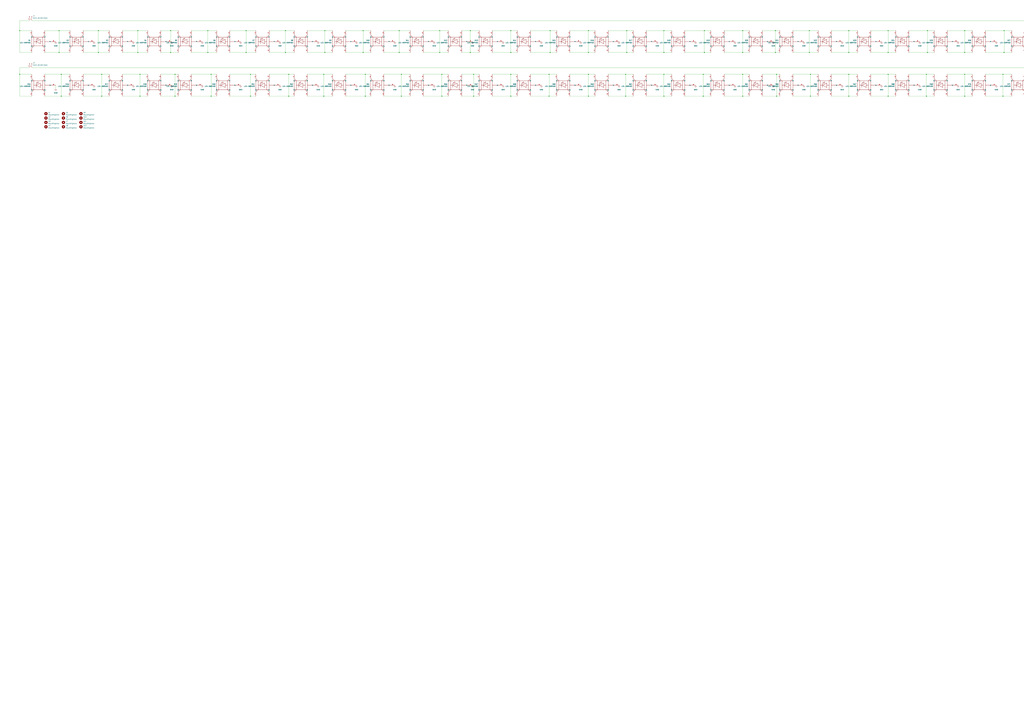
<source format=kicad_sch>
(kicad_sch (version 20211123) (generator eeschema)
  (paper "A0")
  (lib_symbols
    (symbol "Connector:Conn_01x02_Male" (pin_names (offset 1.016) hide)
      (property "Reference" "J" (at 0 2.54 0))
      (property "Value" "Conn_01x02_Male" (at 0 -5.08 0))
      (symbol "Conn_01x02_Male_1_1"
        (pin passive line (at 5.08 0 180) (length 3.81) (name "Pin_1") (number "1"))
        (pin passive line (at 5.08 -2.54 180) (length 3.81) (name "Pin_2") (number "2"))
      )
    )
    (symbol "LZ1-00R403_1" (pin_names (offset 1.016))
      (property "Reference" "D" (at -3.175 5.715 0))
      (property "Value" "LZ1-00R403_1" (at 12.7 -7.62 0))
      (symbol "LZ1-00R403_1_0_0"
        (pin passive line (at -7.62 12.7 270) (length 5.08) (name "C1") (number "1"))
        (pin passive line (at 7.62 12.7 270) (length 5.08) (name "A1") (number "2"))
        (pin passive line (at 7.62 -12.7 90) (length 5.08) (name "A2") (number "3"))
        (pin passive line (at -7.62 -12.7 90) (length 5.08) (name "C2") (number "4"))
        (pin passive line (at 20.32 0 180) (length 5.08) (name "5") (number "5"))
      )
    )
    (symbol "LZ1-00R403_10" (pin_names (offset 1.016))
      (property "Reference" "D" (at -3.175 5.715 0))
      (property "Value" "LZ1-00R403_10" (at 12.7 -7.62 0))
      (symbol "LZ1-00R403_10_0_0"
        (pin passive line (at -7.62 12.7 270) (length 5.08) (name "C1") (number "1"))
        (pin passive line (at 7.62 12.7 270) (length 5.08) (name "A1") (number "2"))
        (pin passive line (at 7.62 -12.7 90) (length 5.08) (name "A2") (number "3"))
        (pin passive line (at -7.62 -12.7 90) (length 5.08) (name "C2") (number "4"))
        (pin passive line (at 20.32 0 180) (length 5.08) (name "5") (number "5"))
      )
    )
    (symbol "LZ1-00R403_11" (pin_names (offset 1.016))
      (property "Reference" "D" (at -3.175 5.715 0))
      (property "Value" "LZ1-00R403_11" (at 12.7 -7.62 0))
      (symbol "LZ1-00R403_11_0_0"
        (pin passive line (at -7.62 12.7 270) (length 5.08) (name "C1") (number "1"))
        (pin passive line (at 7.62 12.7 270) (length 5.08) (name "A1") (number "2"))
        (pin passive line (at 7.62 -12.7 90) (length 5.08) (name "A2") (number "3"))
        (pin passive line (at -7.62 -12.7 90) (length 5.08) (name "C2") (number "4"))
        (pin passive line (at 20.32 0 180) (length 5.08) (name "5") (number "5"))
      )
    )
    (symbol "LZ1-00R403_12" (pin_names (offset 1.016))
      (property "Reference" "D" (at -3.175 5.715 0))
      (property "Value" "LZ1-00R403_12" (at 12.7 -7.62 0))
      (symbol "LZ1-00R403_12_0_0"
        (pin passive line (at -7.62 12.7 270) (length 5.08) (name "C1") (number "1"))
        (pin passive line (at 7.62 12.7 270) (length 5.08) (name "A1") (number "2"))
        (pin passive line (at 7.62 -12.7 90) (length 5.08) (name "A2") (number "3"))
        (pin passive line (at -7.62 -12.7 90) (length 5.08) (name "C2") (number "4"))
        (pin passive line (at 20.32 0 180) (length 5.08) (name "5") (number "5"))
      )
    )
    (symbol "LZ1-00R403_13" (pin_names (offset 1.016))
      (property "Reference" "D" (at -3.175 5.715 0))
      (property "Value" "LZ1-00R403_13" (at 12.7 -7.62 0))
      (symbol "LZ1-00R403_13_0_0"
        (pin passive line (at -7.62 12.7 270) (length 5.08) (name "C1") (number "1"))
        (pin passive line (at 7.62 12.7 270) (length 5.08) (name "A1") (number "2"))
        (pin passive line (at 7.62 -12.7 90) (length 5.08) (name "A2") (number "3"))
        (pin passive line (at -7.62 -12.7 90) (length 5.08) (name "C2") (number "4"))
        (pin passive line (at 20.32 0 180) (length 5.08) (name "5") (number "5"))
      )
    )
    (symbol "LZ1-00R403_14" (pin_names (offset 1.016))
      (property "Reference" "D" (at -3.175 5.715 0))
      (property "Value" "LZ1-00R403_14" (at 12.7 -7.62 0))
      (symbol "LZ1-00R403_14_0_0"
        (pin passive line (at -7.62 12.7 270) (length 5.08) (name "C1") (number "1"))
        (pin passive line (at 7.62 12.7 270) (length 5.08) (name "A1") (number "2"))
        (pin passive line (at 7.62 -12.7 90) (length 5.08) (name "A2") (number "3"))
        (pin passive line (at -7.62 -12.7 90) (length 5.08) (name "C2") (number "4"))
        (pin passive line (at 20.32 0 180) (length 5.08) (name "5") (number "5"))
      )
    )
    (symbol "LZ1-00R403_15" (pin_names (offset 1.016))
      (property "Reference" "D" (at -3.175 5.715 0))
      (property "Value" "LZ1-00R403_15" (at 12.7 -7.62 0))
      (symbol "LZ1-00R403_15_0_0"
        (pin passive line (at -7.62 12.7 270) (length 5.08) (name "C1") (number "1"))
        (pin passive line (at 7.62 12.7 270) (length 5.08) (name "A1") (number "2"))
        (pin passive line (at 7.62 -12.7 90) (length 5.08) (name "A2") (number "3"))
        (pin passive line (at -7.62 -12.7 90) (length 5.08) (name "C2") (number "4"))
        (pin passive line (at 20.32 0 180) (length 5.08) (name "5") (number "5"))
      )
    )
    (symbol "LZ1-00R403_16" (pin_names (offset 1.016))
      (property "Reference" "D" (at -3.175 5.715 0))
      (property "Value" "LZ1-00R403_16" (at 12.7 -7.62 0))
      (symbol "LZ1-00R403_16_0_0"
        (pin passive line (at -7.62 12.7 270) (length 5.08) (name "C1") (number "1"))
        (pin passive line (at 7.62 12.7 270) (length 5.08) (name "A1") (number "2"))
        (pin passive line (at 7.62 -12.7 90) (length 5.08) (name "A2") (number "3"))
        (pin passive line (at -7.62 -12.7 90) (length 5.08) (name "C2") (number "4"))
        (pin passive line (at 20.32 0 180) (length 5.08) (name "5") (number "5"))
      )
    )
    (symbol "LZ1-00R403_17" (pin_names (offset 1.016))
      (property "Reference" "D" (at -3.175 5.715 0))
      (property "Value" "LZ1-00R403_17" (at 12.7 -7.62 0))
      (symbol "LZ1-00R403_17_0_0"
        (pin passive line (at -7.62 12.7 270) (length 5.08) (name "C1") (number "1"))
        (pin passive line (at 7.62 12.7 270) (length 5.08) (name "A1") (number "2"))
        (pin passive line (at 7.62 -12.7 90) (length 5.08) (name "A2") (number "3"))
        (pin passive line (at -7.62 -12.7 90) (length 5.08) (name "C2") (number "4"))
        (pin passive line (at 20.32 0 180) (length 5.08) (name "5") (number "5"))
      )
    )
    (symbol "LZ1-00R403_18" (pin_names (offset 1.016))
      (property "Reference" "D" (at -3.175 5.715 0))
      (property "Value" "LZ1-00R403_18" (at 12.7 -7.62 0))
      (symbol "LZ1-00R403_18_0_0"
        (pin passive line (at -7.62 12.7 270) (length 5.08) (name "C1") (number "1"))
        (pin passive line (at 7.62 12.7 270) (length 5.08) (name "A1") (number "2"))
        (pin passive line (at 7.62 -12.7 90) (length 5.08) (name "A2") (number "3"))
        (pin passive line (at -7.62 -12.7 90) (length 5.08) (name "C2") (number "4"))
        (pin passive line (at 20.32 0 180) (length 5.08) (name "5") (number "5"))
      )
    )
    (symbol "LZ1-00R403_19" (pin_names (offset 1.016))
      (property "Reference" "D" (at -3.175 5.715 0))
      (property "Value" "LZ1-00R403_19" (at 12.7 -7.62 0))
      (symbol "LZ1-00R403_19_0_0"
        (pin passive line (at -7.62 12.7 270) (length 5.08) (name "C1") (number "1"))
        (pin passive line (at 7.62 12.7 270) (length 5.08) (name "A1") (number "2"))
        (pin passive line (at 7.62 -12.7 90) (length 5.08) (name "A2") (number "3"))
        (pin passive line (at -7.62 -12.7 90) (length 5.08) (name "C2") (number "4"))
        (pin passive line (at 20.32 0 180) (length 5.08) (name "5") (number "5"))
      )
    )
    (symbol "LZ1-00R403_2" (pin_names (offset 1.016))
      (property "Reference" "D" (at -3.175 5.715 0))
      (property "Value" "LZ1-00R403_2" (at 12.7 -7.62 0))
      (symbol "LZ1-00R403_2_0_0"
        (pin passive line (at -7.62 12.7 270) (length 5.08) (name "C1") (number "1"))
        (pin passive line (at 7.62 12.7 270) (length 5.08) (name "A1") (number "2"))
        (pin passive line (at 7.62 -12.7 90) (length 5.08) (name "A2") (number "3"))
        (pin passive line (at -7.62 -12.7 90) (length 5.08) (name "C2") (number "4"))
        (pin passive line (at 20.32 0 180) (length 5.08) (name "5") (number "5"))
      )
    )
    (symbol "LZ1-00R403_20" (pin_names (offset 1.016))
      (property "Reference" "D" (at -3.175 5.715 0))
      (property "Value" "LZ1-00R403_20" (at 12.7 -7.62 0))
      (symbol "LZ1-00R403_20_0_0"
        (pin passive line (at -7.62 12.7 270) (length 5.08) (name "C1") (number "1"))
        (pin passive line (at 7.62 12.7 270) (length 5.08) (name "A1") (number "2"))
        (pin passive line (at 7.62 -12.7 90) (length 5.08) (name "A2") (number "3"))
        (pin passive line (at -7.62 -12.7 90) (length 5.08) (name "C2") (number "4"))
        (pin passive line (at 20.32 0 180) (length 5.08) (name "5") (number "5"))
      )
    )
    (symbol "LZ1-00R403_21" (pin_names (offset 1.016))
      (property "Reference" "D" (at -3.175 5.715 0))
      (property "Value" "LZ1-00R403_21" (at 12.7 -7.62 0))
      (symbol "LZ1-00R403_21_0_0"
        (pin passive line (at -7.62 12.7 270) (length 5.08) (name "C1") (number "1"))
        (pin passive line (at 7.62 12.7 270) (length 5.08) (name "A1") (number "2"))
        (pin passive line (at 7.62 -12.7 90) (length 5.08) (name "A2") (number "3"))
        (pin passive line (at -7.62 -12.7 90) (length 5.08) (name "C2") (number "4"))
        (pin passive line (at 20.32 0 180) (length 5.08) (name "5") (number "5"))
      )
    )
    (symbol "LZ1-00R403_22" (pin_names (offset 1.016))
      (property "Reference" "D" (at -3.175 5.715 0))
      (property "Value" "LZ1-00R403_22" (at 12.7 -7.62 0))
      (symbol "LZ1-00R403_22_0_0"
        (pin passive line (at -7.62 12.7 270) (length 5.08) (name "C1") (number "1"))
        (pin passive line (at 7.62 12.7 270) (length 5.08) (name "A1") (number "2"))
        (pin passive line (at 7.62 -12.7 90) (length 5.08) (name "A2") (number "3"))
        (pin passive line (at -7.62 -12.7 90) (length 5.08) (name "C2") (number "4"))
        (pin passive line (at 20.32 0 180) (length 5.08) (name "5") (number "5"))
      )
    )
    (symbol "LZ1-00R403_23" (pin_names (offset 1.016))
      (property "Reference" "D" (at -3.175 5.715 0))
      (property "Value" "LZ1-00R403_23" (at 12.7 -7.62 0))
      (symbol "LZ1-00R403_23_0_0"
        (pin passive line (at -7.62 12.7 270) (length 5.08) (name "C1") (number "1"))
        (pin passive line (at 7.62 12.7 270) (length 5.08) (name "A1") (number "2"))
        (pin passive line (at 7.62 -12.7 90) (length 5.08) (name "A2") (number "3"))
        (pin passive line (at -7.62 -12.7 90) (length 5.08) (name "C2") (number "4"))
        (pin passive line (at 20.32 0 180) (length 5.08) (name "5") (number "5"))
      )
    )
    (symbol "LZ1-00R403_24" (pin_names (offset 1.016))
      (property "Reference" "D" (at -3.175 5.715 0))
      (property "Value" "LZ1-00R403_24" (at 12.7 -7.62 0))
      (symbol "LZ1-00R403_24_0_0"
        (pin passive line (at -7.62 12.7 270) (length 5.08) (name "C1") (number "1"))
        (pin passive line (at 7.62 12.7 270) (length 5.08) (name "A1") (number "2"))
        (pin passive line (at 7.62 -12.7 90) (length 5.08) (name "A2") (number "3"))
        (pin passive line (at -7.62 -12.7 90) (length 5.08) (name "C2") (number "4"))
        (pin passive line (at 20.32 0 180) (length 5.08) (name "5") (number "5"))
      )
    )
    (symbol "LZ1-00R403_25" (pin_names (offset 1.016))
      (property "Reference" "D" (at -3.175 5.715 0))
      (property "Value" "LZ1-00R403_25" (at 12.7 -7.62 0))
      (symbol "LZ1-00R403_25_0_0"
        (pin passive line (at -7.62 12.7 270) (length 5.08) (name "C1") (number "1"))
        (pin passive line (at 7.62 12.7 270) (length 5.08) (name "A1") (number "2"))
        (pin passive line (at 7.62 -12.7 90) (length 5.08) (name "A2") (number "3"))
        (pin passive line (at -7.62 -12.7 90) (length 5.08) (name "C2") (number "4"))
        (pin passive line (at 20.32 0 180) (length 5.08) (name "5") (number "5"))
      )
    )
    (symbol "LZ1-00R403_26" (pin_names (offset 1.016))
      (property "Reference" "D" (at -3.175 5.715 0))
      (property "Value" "LZ1-00R403_26" (at 12.7 -7.62 0))
      (symbol "LZ1-00R403_26_0_0"
        (pin passive line (at -7.62 12.7 270) (length 5.08) (name "C1") (number "1"))
        (pin passive line (at 7.62 12.7 270) (length 5.08) (name "A1") (number "2"))
        (pin passive line (at 7.62 -12.7 90) (length 5.08) (name "A2") (number "3"))
        (pin passive line (at -7.62 -12.7 90) (length 5.08) (name "C2") (number "4"))
        (pin passive line (at 20.32 0 180) (length 5.08) (name "5") (number "5"))
      )
    )
    (symbol "LZ1-00R403_27" (pin_names (offset 1.016))
      (property "Reference" "D" (at -3.175 5.715 0))
      (property "Value" "LZ1-00R403_27" (at 12.7 -7.62 0))
      (symbol "LZ1-00R403_27_0_0"
        (pin passive line (at -7.62 12.7 270) (length 5.08) (name "C1") (number "1"))
        (pin passive line (at 7.62 12.7 270) (length 5.08) (name "A1") (number "2"))
        (pin passive line (at 7.62 -12.7 90) (length 5.08) (name "A2") (number "3"))
        (pin passive line (at -7.62 -12.7 90) (length 5.08) (name "C2") (number "4"))
        (pin passive line (at 20.32 0 180) (length 5.08) (name "5") (number "5"))
      )
    )
    (symbol "LZ1-00R403_28" (pin_names (offset 1.016))
      (property "Reference" "D" (at -3.175 5.715 0))
      (property "Value" "LZ1-00R403_28" (at 12.7 -7.62 0))
      (symbol "LZ1-00R403_28_0_0"
        (pin passive line (at -7.62 12.7 270) (length 5.08) (name "C1") (number "1"))
        (pin passive line (at 7.62 12.7 270) (length 5.08) (name "A1") (number "2"))
        (pin passive line (at 7.62 -12.7 90) (length 5.08) (name "A2") (number "3"))
        (pin passive line (at -7.62 -12.7 90) (length 5.08) (name "C2") (number "4"))
        (pin passive line (at 20.32 0 180) (length 5.08) (name "5") (number "5"))
      )
    )
    (symbol "LZ1-00R403_29" (pin_names (offset 1.016))
      (property "Reference" "D" (at -3.175 5.715 0))
      (property "Value" "LZ1-00R403_29" (at 12.7 -7.62 0))
      (symbol "LZ1-00R403_29_0_0"
        (pin passive line (at -7.62 12.7 270) (length 5.08) (name "C1") (number "1"))
        (pin passive line (at 7.62 12.7 270) (length 5.08) (name "A1") (number "2"))
        (pin passive line (at 7.62 -12.7 90) (length 5.08) (name "A2") (number "3"))
        (pin passive line (at -7.62 -12.7 90) (length 5.08) (name "C2") (number "4"))
        (pin passive line (at 20.32 0 180) (length 5.08) (name "5") (number "5"))
      )
    )
    (symbol "LZ1-00R403_3" (pin_names (offset 1.016))
      (property "Reference" "D" (at -3.175 5.715 0))
      (property "Value" "LZ1-00R403_3" (at 12.7 -7.62 0))
      (symbol "LZ1-00R403_3_0_0"
        (pin passive line (at -7.62 12.7 270) (length 5.08) (name "C1") (number "1"))
        (pin passive line (at 7.62 12.7 270) (length 5.08) (name "A1") (number "2"))
        (pin passive line (at 7.62 -12.7 90) (length 5.08) (name "A2") (number "3"))
        (pin passive line (at -7.62 -12.7 90) (length 5.08) (name "C2") (number "4"))
        (pin passive line (at 20.32 0 180) (length 5.08) (name "5") (number "5"))
      )
    )
    (symbol "LZ1-00R403_30" (pin_names (offset 1.016))
      (property "Reference" "D" (at -3.175 5.715 0))
      (property "Value" "LZ1-00R403_30" (at 12.7 -7.62 0))
      (symbol "LZ1-00R403_30_0_0"
        (pin passive line (at -7.62 12.7 270) (length 5.08) (name "C1") (number "1"))
        (pin passive line (at 7.62 12.7 270) (length 5.08) (name "A1") (number "2"))
        (pin passive line (at 7.62 -12.7 90) (length 5.08) (name "A2") (number "3"))
        (pin passive line (at -7.62 -12.7 90) (length 5.08) (name "C2") (number "4"))
        (pin passive line (at 20.32 0 180) (length 5.08) (name "5") (number "5"))
      )
    )
    (symbol "LZ1-00R403_31" (pin_names (offset 1.016))
      (property "Reference" "D" (at -3.175 5.715 0))
      (property "Value" "LZ1-00R403_31" (at 12.7 -7.62 0))
      (symbol "LZ1-00R403_31_0_0"
        (pin passive line (at -7.62 12.7 270) (length 5.08) (name "C1") (number "1"))
        (pin passive line (at 7.62 12.7 270) (length 5.08) (name "A1") (number "2"))
        (pin passive line (at 7.62 -12.7 90) (length 5.08) (name "A2") (number "3"))
        (pin passive line (at -7.62 -12.7 90) (length 5.08) (name "C2") (number "4"))
        (pin passive line (at 20.32 0 180) (length 5.08) (name "5") (number "5"))
      )
    )
    (symbol "LZ1-00R403_32" (pin_names (offset 1.016))
      (property "Reference" "D" (at -3.175 5.715 0))
      (property "Value" "LZ1-00R403_32" (at 12.7 -7.62 0))
      (symbol "LZ1-00R403_32_0_0"
        (pin passive line (at -7.62 12.7 270) (length 5.08) (name "C1") (number "1"))
        (pin passive line (at 7.62 12.7 270) (length 5.08) (name "A1") (number "2"))
        (pin passive line (at 7.62 -12.7 90) (length 5.08) (name "A2") (number "3"))
        (pin passive line (at -7.62 -12.7 90) (length 5.08) (name "C2") (number "4"))
        (pin passive line (at 20.32 0 180) (length 5.08) (name "5") (number "5"))
      )
    )
    (symbol "LZ1-00R403_33" (pin_names (offset 1.016))
      (property "Reference" "D" (at -3.175 5.715 0))
      (property "Value" "LZ1-00R403_33" (at 12.7 -7.62 0))
      (symbol "LZ1-00R403_33_0_0"
        (pin passive line (at -7.62 12.7 270) (length 5.08) (name "C1") (number "1"))
        (pin passive line (at 7.62 12.7 270) (length 5.08) (name "A1") (number "2"))
        (pin passive line (at 7.62 -12.7 90) (length 5.08) (name "A2") (number "3"))
        (pin passive line (at -7.62 -12.7 90) (length 5.08) (name "C2") (number "4"))
        (pin passive line (at 20.32 0 180) (length 5.08) (name "5") (number "5"))
      )
    )
    (symbol "LZ1-00R403_34" (pin_names (offset 1.016))
      (property "Reference" "D" (at -3.175 5.715 0))
      (property "Value" "LZ1-00R403_34" (at 12.7 -7.62 0))
      (symbol "LZ1-00R403_34_0_0"
        (pin passive line (at -7.62 12.7 270) (length 5.08) (name "C1") (number "1"))
        (pin passive line (at 7.62 12.7 270) (length 5.08) (name "A1") (number "2"))
        (pin passive line (at 7.62 -12.7 90) (length 5.08) (name "A2") (number "3"))
        (pin passive line (at -7.62 -12.7 90) (length 5.08) (name "C2") (number "4"))
        (pin passive line (at 20.32 0 180) (length 5.08) (name "5") (number "5"))
      )
    )
    (symbol "LZ1-00R403_35" (pin_names (offset 1.016))
      (property "Reference" "D" (at -3.175 5.715 0))
      (property "Value" "LZ1-00R403_35" (at 12.7 -7.62 0))
      (symbol "LZ1-00R403_35_0_0"
        (pin passive line (at -7.62 12.7 270) (length 5.08) (name "C1") (number "1"))
        (pin passive line (at 7.62 12.7 270) (length 5.08) (name "A1") (number "2"))
        (pin passive line (at 7.62 -12.7 90) (length 5.08) (name "A2") (number "3"))
        (pin passive line (at -7.62 -12.7 90) (length 5.08) (name "C2") (number "4"))
        (pin passive line (at 20.32 0 180) (length 5.08) (name "5") (number "5"))
      )
    )
    (symbol "LZ1-00R403_36" (pin_names (offset 1.016))
      (property "Reference" "D" (at -3.175 5.715 0))
      (property "Value" "LZ1-00R403_36" (at 12.7 -7.62 0))
      (symbol "LZ1-00R403_36_0_0"
        (pin passive line (at -7.62 12.7 270) (length 5.08) (name "C1") (number "1"))
        (pin passive line (at 7.62 12.7 270) (length 5.08) (name "A1") (number "2"))
        (pin passive line (at 7.62 -12.7 90) (length 5.08) (name "A2") (number "3"))
        (pin passive line (at -7.62 -12.7 90) (length 5.08) (name "C2") (number "4"))
        (pin passive line (at 20.32 0 180) (length 5.08) (name "5") (number "5"))
      )
    )
    (symbol "LZ1-00R403_37" (pin_names (offset 1.016))
      (property "Reference" "D" (at -3.175 5.715 0))
      (property "Value" "LZ1-00R403_37" (at 12.7 -7.62 0))
      (symbol "LZ1-00R403_37_0_0"
        (pin passive line (at -7.62 12.7 270) (length 5.08) (name "C1") (number "1"))
        (pin passive line (at 7.62 12.7 270) (length 5.08) (name "A1") (number "2"))
        (pin passive line (at 7.62 -12.7 90) (length 5.08) (name "A2") (number "3"))
        (pin passive line (at -7.62 -12.7 90) (length 5.08) (name "C2") (number "4"))
        (pin passive line (at 20.32 0 180) (length 5.08) (name "5") (number "5"))
      )
    )
    (symbol "LZ1-00R403_38" (pin_names (offset 1.016))
      (property "Reference" "D" (at -3.175 5.715 0))
      (property "Value" "LZ1-00R403_38" (at 12.7 -7.62 0))
      (symbol "LZ1-00R403_38_0_0"
        (pin passive line (at -7.62 12.7 270) (length 5.08) (name "C1") (number "1"))
        (pin passive line (at 7.62 12.7 270) (length 5.08) (name "A1") (number "2"))
        (pin passive line (at 7.62 -12.7 90) (length 5.08) (name "A2") (number "3"))
        (pin passive line (at -7.62 -12.7 90) (length 5.08) (name "C2") (number "4"))
        (pin passive line (at 20.32 0 180) (length 5.08) (name "5") (number "5"))
      )
    )
    (symbol "LZ1-00R403_39" (pin_names (offset 1.016))
      (property "Reference" "D" (at -3.175 5.715 0))
      (property "Value" "LZ1-00R403_39" (at 12.7 -7.62 0))
      (symbol "LZ1-00R403_39_0_0"
        (pin passive line (at -7.62 12.7 270) (length 5.08) (name "C1") (number "1"))
        (pin passive line (at 7.62 12.7 270) (length 5.08) (name "A1") (number "2"))
        (pin passive line (at 7.62 -12.7 90) (length 5.08) (name "A2") (number "3"))
        (pin passive line (at -7.62 -12.7 90) (length 5.08) (name "C2") (number "4"))
        (pin passive line (at 20.32 0 180) (length 5.08) (name "5") (number "5"))
      )
    )
    (symbol "LZ1-00R403_4" (pin_names (offset 1.016))
      (property "Reference" "D" (at -3.175 5.715 0))
      (property "Value" "LZ1-00R403_4" (at 12.7 -7.62 0))
      (symbol "LZ1-00R403_4_0_0"
        (pin passive line (at -7.62 12.7 270) (length 5.08) (name "C1") (number "1"))
        (pin passive line (at 7.62 12.7 270) (length 5.08) (name "A1") (number "2"))
        (pin passive line (at 7.62 -12.7 90) (length 5.08) (name "A2") (number "3"))
        (pin passive line (at -7.62 -12.7 90) (length 5.08) (name "C2") (number "4"))
        (pin passive line (at 20.32 0 180) (length 5.08) (name "5") (number "5"))
      )
    )
    (symbol "LZ1-00R403_40" (pin_names (offset 1.016))
      (property "Reference" "D" (at -3.175 5.715 0))
      (property "Value" "LZ1-00R403_40" (at 12.7 -7.62 0))
      (symbol "LZ1-00R403_40_0_0"
        (pin passive line (at -7.62 12.7 270) (length 5.08) (name "C1") (number "1"))
        (pin passive line (at 7.62 12.7 270) (length 5.08) (name "A1") (number "2"))
        (pin passive line (at 7.62 -12.7 90) (length 5.08) (name "A2") (number "3"))
        (pin passive line (at -7.62 -12.7 90) (length 5.08) (name "C2") (number "4"))
        (pin passive line (at 20.32 0 180) (length 5.08) (name "5") (number "5"))
      )
    )
    (symbol "LZ1-00R403_41" (pin_names (offset 1.016))
      (property "Reference" "D" (at -3.175 5.715 0))
      (property "Value" "LZ1-00R403_41" (at 12.7 -7.62 0))
      (symbol "LZ1-00R403_41_0_0"
        (pin passive line (at -7.62 12.7 270) (length 5.08) (name "C1") (number "1"))
        (pin passive line (at 7.62 12.7 270) (length 5.08) (name "A1") (number "2"))
        (pin passive line (at 7.62 -12.7 90) (length 5.08) (name "A2") (number "3"))
        (pin passive line (at -7.62 -12.7 90) (length 5.08) (name "C2") (number "4"))
        (pin passive line (at 20.32 0 180) (length 5.08) (name "5") (number "5"))
      )
    )
    (symbol "LZ1-00R403_42" (pin_names (offset 1.016))
      (property "Reference" "D" (at -3.175 5.715 0))
      (property "Value" "LZ1-00R403_42" (at 12.7 -7.62 0))
      (symbol "LZ1-00R403_42_0_0"
        (pin passive line (at -7.62 12.7 270) (length 5.08) (name "C1") (number "1"))
        (pin passive line (at 7.62 12.7 270) (length 5.08) (name "A1") (number "2"))
        (pin passive line (at 7.62 -12.7 90) (length 5.08) (name "A2") (number "3"))
        (pin passive line (at -7.62 -12.7 90) (length 5.08) (name "C2") (number "4"))
        (pin passive line (at 20.32 0 180) (length 5.08) (name "5") (number "5"))
      )
    )
    (symbol "LZ1-00R403_43" (pin_names (offset 1.016))
      (property "Reference" "D" (at -3.175 5.715 0))
      (property "Value" "LZ1-00R403_43" (at 12.7 -7.62 0))
      (symbol "LZ1-00R403_43_0_0"
        (pin passive line (at -7.62 12.7 270) (length 5.08) (name "C1") (number "1"))
        (pin passive line (at 7.62 12.7 270) (length 5.08) (name "A1") (number "2"))
        (pin passive line (at 7.62 -12.7 90) (length 5.08) (name "A2") (number "3"))
        (pin passive line (at -7.62 -12.7 90) (length 5.08) (name "C2") (number "4"))
        (pin passive line (at 20.32 0 180) (length 5.08) (name "5") (number "5"))
      )
    )
    (symbol "LZ1-00R403_44" (pin_names (offset 1.016))
      (property "Reference" "D" (at -3.175 5.715 0))
      (property "Value" "LZ1-00R403_44" (at 12.7 -7.62 0))
      (symbol "LZ1-00R403_44_0_0"
        (pin passive line (at -7.62 12.7 270) (length 5.08) (name "C1") (number "1"))
        (pin passive line (at 7.62 12.7 270) (length 5.08) (name "A1") (number "2"))
        (pin passive line (at 7.62 -12.7 90) (length 5.08) (name "A2") (number "3"))
        (pin passive line (at -7.62 -12.7 90) (length 5.08) (name "C2") (number "4"))
        (pin passive line (at 20.32 0 180) (length 5.08) (name "5") (number "5"))
      )
    )
    (symbol "LZ1-00R403_45" (pin_names (offset 1.016))
      (property "Reference" "D" (at -3.175 5.715 0))
      (property "Value" "LZ1-00R403_45" (at 12.7 -7.62 0))
      (symbol "LZ1-00R403_45_0_0"
        (pin passive line (at -7.62 12.7 270) (length 5.08) (name "C1") (number "1"))
        (pin passive line (at 7.62 12.7 270) (length 5.08) (name "A1") (number "2"))
        (pin passive line (at 7.62 -12.7 90) (length 5.08) (name "A2") (number "3"))
        (pin passive line (at -7.62 -12.7 90) (length 5.08) (name "C2") (number "4"))
        (pin passive line (at 20.32 0 180) (length 5.08) (name "5") (number "5"))
      )
    )
    (symbol "LZ1-00R403_46" (pin_names (offset 1.016))
      (property "Reference" "D" (at -3.175 5.715 0))
      (property "Value" "LZ1-00R403_46" (at 12.7 -7.62 0))
      (symbol "LZ1-00R403_46_0_0"
        (pin passive line (at -7.62 12.7 270) (length 5.08) (name "C1") (number "1"))
        (pin passive line (at 7.62 12.7 270) (length 5.08) (name "A1") (number "2"))
        (pin passive line (at 7.62 -12.7 90) (length 5.08) (name "A2") (number "3"))
        (pin passive line (at -7.62 -12.7 90) (length 5.08) (name "C2") (number "4"))
        (pin passive line (at 20.32 0 180) (length 5.08) (name "5") (number "5"))
      )
    )
    (symbol "LZ1-00R403_47" (pin_names (offset 1.016))
      (property "Reference" "D" (at -3.175 5.715 0))
      (property "Value" "LZ1-00R403_47" (at 12.7 -7.62 0))
      (symbol "LZ1-00R403_47_0_0"
        (pin passive line (at -7.62 12.7 270) (length 5.08) (name "C1") (number "1"))
        (pin passive line (at 7.62 12.7 270) (length 5.08) (name "A1") (number "2"))
        (pin passive line (at 7.62 -12.7 90) (length 5.08) (name "A2") (number "3"))
        (pin passive line (at -7.62 -12.7 90) (length 5.08) (name "C2") (number "4"))
        (pin passive line (at 20.32 0 180) (length 5.08) (name "5") (number "5"))
      )
    )
    (symbol "LZ1-00R403_48" (pin_names (offset 1.016))
      (property "Reference" "D" (at -3.175 5.715 0))
      (property "Value" "LZ1-00R403_48" (at 12.7 -7.62 0))
      (symbol "LZ1-00R403_48_0_0"
        (pin passive line (at -7.62 12.7 270) (length 5.08) (name "C1") (number "1"))
        (pin passive line (at 7.62 12.7 270) (length 5.08) (name "A1") (number "2"))
        (pin passive line (at 7.62 -12.7 90) (length 5.08) (name "A2") (number "3"))
        (pin passive line (at -7.62 -12.7 90) (length 5.08) (name "C2") (number "4"))
        (pin passive line (at 20.32 0 180) (length 5.08) (name "5") (number "5"))
      )
    )
    (symbol "LZ1-00R403_49" (pin_names (offset 1.016))
      (property "Reference" "D" (at -3.175 5.715 0))
      (property "Value" "LZ1-00R403_49" (at 12.7 -7.62 0))
      (symbol "LZ1-00R403_49_0_0"
        (pin passive line (at -7.62 12.7 270) (length 5.08) (name "C1") (number "1"))
        (pin passive line (at 7.62 12.7 270) (length 5.08) (name "A1") (number "2"))
        (pin passive line (at 7.62 -12.7 90) (length 5.08) (name "A2") (number "3"))
        (pin passive line (at -7.62 -12.7 90) (length 5.08) (name "C2") (number "4"))
        (pin passive line (at 20.32 0 180) (length 5.08) (name "5") (number "5"))
      )
    )
    (symbol "LZ1-00R403_5" (pin_names (offset 1.016))
      (property "Reference" "D" (at -3.175 5.715 0))
      (property "Value" "LZ1-00R403_5" (at 12.7 -7.62 0))
      (symbol "LZ1-00R403_5_0_0"
        (pin passive line (at -7.62 12.7 270) (length 5.08) (name "C1") (number "1"))
        (pin passive line (at 7.62 12.7 270) (length 5.08) (name "A1") (number "2"))
        (pin passive line (at 7.62 -12.7 90) (length 5.08) (name "A2") (number "3"))
        (pin passive line (at -7.62 -12.7 90) (length 5.08) (name "C2") (number "4"))
        (pin passive line (at 20.32 0 180) (length 5.08) (name "5") (number "5"))
      )
    )
    (symbol "LZ1-00R403_50" (pin_names (offset 1.016))
      (property "Reference" "D" (at -3.175 5.715 0))
      (property "Value" "LZ1-00R403_50" (at 12.7 -7.62 0))
      (symbol "LZ1-00R403_50_0_0"
        (pin passive line (at -7.62 12.7 270) (length 5.08) (name "C1") (number "1"))
        (pin passive line (at 7.62 12.7 270) (length 5.08) (name "A1") (number "2"))
        (pin passive line (at 7.62 -12.7 90) (length 5.08) (name "A2") (number "3"))
        (pin passive line (at -7.62 -12.7 90) (length 5.08) (name "C2") (number "4"))
        (pin passive line (at 20.32 0 180) (length 5.08) (name "5") (number "5"))
      )
    )
    (symbol "LZ1-00R403_51" (pin_names (offset 1.016))
      (property "Reference" "D" (at -3.175 5.715 0))
      (property "Value" "LZ1-00R403_51" (at 12.7 -7.62 0))
      (symbol "LZ1-00R403_51_0_0"
        (pin passive line (at -7.62 12.7 270) (length 5.08) (name "C1") (number "1"))
        (pin passive line (at 7.62 12.7 270) (length 5.08) (name "A1") (number "2"))
        (pin passive line (at 7.62 -12.7 90) (length 5.08) (name "A2") (number "3"))
        (pin passive line (at -7.62 -12.7 90) (length 5.08) (name "C2") (number "4"))
        (pin passive line (at 20.32 0 180) (length 5.08) (name "5") (number "5"))
      )
    )
    (symbol "LZ1-00R403_52" (pin_names (offset 1.016))
      (property "Reference" "D" (at -3.175 5.715 0))
      (property "Value" "LZ1-00R403_52" (at 12.7 -7.62 0))
      (symbol "LZ1-00R403_52_0_0"
        (pin passive line (at -7.62 12.7 270) (length 5.08) (name "C1") (number "1"))
        (pin passive line (at 7.62 12.7 270) (length 5.08) (name "A1") (number "2"))
        (pin passive line (at 7.62 -12.7 90) (length 5.08) (name "A2") (number "3"))
        (pin passive line (at -7.62 -12.7 90) (length 5.08) (name "C2") (number "4"))
        (pin passive line (at 20.32 0 180) (length 5.08) (name "5") (number "5"))
      )
    )
    (symbol "LZ1-00R403_53" (pin_names (offset 1.016))
      (property "Reference" "D" (at -3.175 5.715 0))
      (property "Value" "LZ1-00R403_53" (at 12.7 -7.62 0))
      (symbol "LZ1-00R403_53_0_0"
        (pin passive line (at -7.62 12.7 270) (length 5.08) (name "C1") (number "1"))
        (pin passive line (at 7.62 12.7 270) (length 5.08) (name "A1") (number "2"))
        (pin passive line (at 7.62 -12.7 90) (length 5.08) (name "A2") (number "3"))
        (pin passive line (at -7.62 -12.7 90) (length 5.08) (name "C2") (number "4"))
        (pin passive line (at 20.32 0 180) (length 5.08) (name "5") (number "5"))
      )
    )
    (symbol "LZ1-00R403_54" (pin_names (offset 1.016))
      (property "Reference" "D" (at -3.175 5.715 0))
      (property "Value" "LZ1-00R403_54" (at 12.7 -7.62 0))
      (symbol "LZ1-00R403_54_0_0"
        (pin passive line (at -7.62 12.7 270) (length 5.08) (name "C1") (number "1"))
        (pin passive line (at 7.62 12.7 270) (length 5.08) (name "A1") (number "2"))
        (pin passive line (at 7.62 -12.7 90) (length 5.08) (name "A2") (number "3"))
        (pin passive line (at -7.62 -12.7 90) (length 5.08) (name "C2") (number "4"))
        (pin passive line (at 20.32 0 180) (length 5.08) (name "5") (number "5"))
      )
    )
    (symbol "LZ1-00R403_55" (pin_names (offset 1.016))
      (property "Reference" "D" (at -3.175 5.715 0))
      (property "Value" "LZ1-00R403_55" (at 12.7 -7.62 0))
      (symbol "LZ1-00R403_55_0_0"
        (pin passive line (at -7.62 12.7 270) (length 5.08) (name "C1") (number "1"))
        (pin passive line (at 7.62 12.7 270) (length 5.08) (name "A1") (number "2"))
        (pin passive line (at 7.62 -12.7 90) (length 5.08) (name "A2") (number "3"))
        (pin passive line (at -7.62 -12.7 90) (length 5.08) (name "C2") (number "4"))
        (pin passive line (at 20.32 0 180) (length 5.08) (name "5") (number "5"))
      )
    )
    (symbol "LZ1-00R403_56" (pin_names (offset 1.016))
      (property "Reference" "D" (at -3.175 5.715 0))
      (property "Value" "LZ1-00R403_56" (at 12.7 -7.62 0))
      (symbol "LZ1-00R403_56_0_0"
        (pin passive line (at -7.62 12.7 270) (length 5.08) (name "C1") (number "1"))
        (pin passive line (at 7.62 12.7 270) (length 5.08) (name "A1") (number "2"))
        (pin passive line (at 7.62 -12.7 90) (length 5.08) (name "A2") (number "3"))
        (pin passive line (at -7.62 -12.7 90) (length 5.08) (name "C2") (number "4"))
        (pin passive line (at 20.32 0 180) (length 5.08) (name "5") (number "5"))
      )
    )
    (symbol "LZ1-00R403_57" (pin_names (offset 1.016))
      (property "Reference" "D" (at -3.175 5.715 0))
      (property "Value" "LZ1-00R403_57" (at 12.7 -7.62 0))
      (symbol "LZ1-00R403_57_0_0"
        (pin passive line (at -7.62 12.7 270) (length 5.08) (name "C1") (number "1"))
        (pin passive line (at 7.62 12.7 270) (length 5.08) (name "A1") (number "2"))
        (pin passive line (at 7.62 -12.7 90) (length 5.08) (name "A2") (number "3"))
        (pin passive line (at -7.62 -12.7 90) (length 5.08) (name "C2") (number "4"))
        (pin passive line (at 20.32 0 180) (length 5.08) (name "5") (number "5"))
      )
    )
    (symbol "LZ1-00R403_58" (pin_names (offset 1.016))
      (property "Reference" "D" (at -3.175 5.715 0))
      (property "Value" "LZ1-00R403_58" (at 12.7 -7.62 0))
      (symbol "LZ1-00R403_58_0_0"
        (pin passive line (at -7.62 12.7 270) (length 5.08) (name "C1") (number "1"))
        (pin passive line (at 7.62 12.7 270) (length 5.08) (name "A1") (number "2"))
        (pin passive line (at 7.62 -12.7 90) (length 5.08) (name "A2") (number "3"))
        (pin passive line (at -7.62 -12.7 90) (length 5.08) (name "C2") (number "4"))
        (pin passive line (at 20.32 0 180) (length 5.08) (name "5") (number "5"))
      )
    )
    (symbol "LZ1-00R403_59" (pin_names (offset 1.016))
      (property "Reference" "D" (at -3.175 5.715 0))
      (property "Value" "LZ1-00R403_59" (at 12.7 -7.62 0))
      (symbol "LZ1-00R403_59_0_0"
        (pin passive line (at -7.62 12.7 270) (length 5.08) (name "C1") (number "1"))
        (pin passive line (at 7.62 12.7 270) (length 5.08) (name "A1") (number "2"))
        (pin passive line (at 7.62 -12.7 90) (length 5.08) (name "A2") (number "3"))
        (pin passive line (at -7.62 -12.7 90) (length 5.08) (name "C2") (number "4"))
        (pin passive line (at 20.32 0 180) (length 5.08) (name "5") (number "5"))
      )
    )
    (symbol "LZ1-00R403_6" (pin_names (offset 1.016))
      (property "Reference" "D" (at -3.175 5.715 0))
      (property "Value" "LZ1-00R403_6" (at 12.7 -7.62 0))
      (symbol "LZ1-00R403_6_0_0"
        (pin passive line (at -7.62 12.7 270) (length 5.08) (name "C1") (number "1"))
        (pin passive line (at 7.62 12.7 270) (length 5.08) (name "A1") (number "2"))
        (pin passive line (at 7.62 -12.7 90) (length 5.08) (name "A2") (number "3"))
        (pin passive line (at -7.62 -12.7 90) (length 5.08) (name "C2") (number "4"))
        (pin passive line (at 20.32 0 180) (length 5.08) (name "5") (number "5"))
      )
    )
    (symbol "LZ1-00R403_60" (pin_names (offset 1.016))
      (property "Reference" "D" (at -3.175 5.715 0))
      (property "Value" "LZ1-00R403_60" (at 12.7 -7.62 0))
      (symbol "LZ1-00R403_60_0_0"
        (pin passive line (at -7.62 12.7 270) (length 5.08) (name "C1") (number "1"))
        (pin passive line (at 7.62 12.7 270) (length 5.08) (name "A1") (number "2"))
        (pin passive line (at 7.62 -12.7 90) (length 5.08) (name "A2") (number "3"))
        (pin passive line (at -7.62 -12.7 90) (length 5.08) (name "C2") (number "4"))
        (pin passive line (at 20.32 0 180) (length 5.08) (name "5") (number "5"))
      )
    )
    (symbol "LZ1-00R403_61" (pin_names (offset 1.016))
      (property "Reference" "D" (at -3.175 5.715 0))
      (property "Value" "LZ1-00R403_61" (at 12.7 -7.62 0))
      (symbol "LZ1-00R403_61_0_0"
        (pin passive line (at -7.62 12.7 270) (length 5.08) (name "C1") (number "1"))
        (pin passive line (at 7.62 12.7 270) (length 5.08) (name "A1") (number "2"))
        (pin passive line (at 7.62 -12.7 90) (length 5.08) (name "A2") (number "3"))
        (pin passive line (at -7.62 -12.7 90) (length 5.08) (name "C2") (number "4"))
        (pin passive line (at 20.32 0 180) (length 5.08) (name "5") (number "5"))
      )
    )
    (symbol "LZ1-00R403_62" (pin_names (offset 1.016))
      (property "Reference" "D" (at -3.175 5.715 0))
      (property "Value" "LZ1-00R403_62" (at 12.7 -7.62 0))
      (symbol "LZ1-00R403_62_0_0"
        (pin passive line (at -7.62 12.7 270) (length 5.08) (name "C1") (number "1"))
        (pin passive line (at 7.62 12.7 270) (length 5.08) (name "A1") (number "2"))
        (pin passive line (at 7.62 -12.7 90) (length 5.08) (name "A2") (number "3"))
        (pin passive line (at -7.62 -12.7 90) (length 5.08) (name "C2") (number "4"))
        (pin passive line (at 20.32 0 180) (length 5.08) (name "5") (number "5"))
      )
    )
    (symbol "LZ1-00R403_63" (pin_names (offset 1.016))
      (property "Reference" "D" (at -3.175 5.715 0))
      (property "Value" "LZ1-00R403_63" (at 12.7 -7.62 0))
      (symbol "LZ1-00R403_63_0_0"
        (pin passive line (at -7.62 12.7 270) (length 5.08) (name "C1") (number "1"))
        (pin passive line (at 7.62 12.7 270) (length 5.08) (name "A1") (number "2"))
        (pin passive line (at 7.62 -12.7 90) (length 5.08) (name "A2") (number "3"))
        (pin passive line (at -7.62 -12.7 90) (length 5.08) (name "C2") (number "4"))
        (pin passive line (at 20.32 0 180) (length 5.08) (name "5") (number "5"))
      )
    )
    (symbol "LZ1-00R403_64" (pin_names (offset 1.016))
      (property "Reference" "D" (at -3.175 5.715 0))
      (property "Value" "LZ1-00R403_64" (at 12.7 -7.62 0))
      (symbol "LZ1-00R403_64_0_0"
        (pin passive line (at -7.62 12.7 270) (length 5.08) (name "C1") (number "1"))
        (pin passive line (at 7.62 12.7 270) (length 5.08) (name "A1") (number "2"))
        (pin passive line (at 7.62 -12.7 90) (length 5.08) (name "A2") (number "3"))
        (pin passive line (at -7.62 -12.7 90) (length 5.08) (name "C2") (number "4"))
        (pin passive line (at 20.32 0 180) (length 5.08) (name "5") (number "5"))
      )
    )
    (symbol "LZ1-00R403_65" (pin_names (offset 1.016))
      (property "Reference" "D" (at -3.175 5.715 0))
      (property "Value" "LZ1-00R403_65" (at 12.7 -7.62 0))
      (symbol "LZ1-00R403_65_0_0"
        (pin passive line (at -7.62 12.7 270) (length 5.08) (name "C1") (number "1"))
        (pin passive line (at 7.62 12.7 270) (length 5.08) (name "A1") (number "2"))
        (pin passive line (at 7.62 -12.7 90) (length 5.08) (name "A2") (number "3"))
        (pin passive line (at -7.62 -12.7 90) (length 5.08) (name "C2") (number "4"))
        (pin passive line (at 20.32 0 180) (length 5.08) (name "5") (number "5"))
      )
    )
    (symbol "LZ1-00R403_66" (pin_names (offset 1.016))
      (property "Reference" "D" (at -3.175 5.715 0))
      (property "Value" "LZ1-00R403_66" (at 12.7 -7.62 0))
      (symbol "LZ1-00R403_66_0_0"
        (pin passive line (at -7.62 12.7 270) (length 5.08) (name "C1") (number "1"))
        (pin passive line (at 7.62 12.7 270) (length 5.08) (name "A1") (number "2"))
        (pin passive line (at 7.62 -12.7 90) (length 5.08) (name "A2") (number "3"))
        (pin passive line (at -7.62 -12.7 90) (length 5.08) (name "C2") (number "4"))
        (pin passive line (at 20.32 0 180) (length 5.08) (name "5") (number "5"))
      )
    )
    (symbol "LZ1-00R403_67" (pin_names (offset 1.016))
      (property "Reference" "D" (at -3.175 5.715 0))
      (property "Value" "LZ1-00R403_67" (at 12.7 -7.62 0))
      (symbol "LZ1-00R403_67_0_0"
        (pin passive line (at -7.62 12.7 270) (length 5.08) (name "C1") (number "1"))
        (pin passive line (at 7.62 12.7 270) (length 5.08) (name "A1") (number "2"))
        (pin passive line (at 7.62 -12.7 90) (length 5.08) (name "A2") (number "3"))
        (pin passive line (at -7.62 -12.7 90) (length 5.08) (name "C2") (number "4"))
        (pin passive line (at 20.32 0 180) (length 5.08) (name "5") (number "5"))
      )
    )
    (symbol "LZ1-00R403_68" (pin_names (offset 1.016))
      (property "Reference" "D" (at -3.175 5.715 0))
      (property "Value" "LZ1-00R403_68" (at 12.7 -7.62 0))
      (symbol "LZ1-00R403_68_0_0"
        (pin passive line (at -7.62 12.7 270) (length 5.08) (name "C1") (number "1"))
        (pin passive line (at 7.62 12.7 270) (length 5.08) (name "A1") (number "2"))
        (pin passive line (at 7.62 -12.7 90) (length 5.08) (name "A2") (number "3"))
        (pin passive line (at -7.62 -12.7 90) (length 5.08) (name "C2") (number "4"))
        (pin passive line (at 20.32 0 180) (length 5.08) (name "5") (number "5"))
      )
    )
    (symbol "LZ1-00R403_69" (pin_names (offset 1.016))
      (property "Reference" "D" (at -3.175 5.715 0))
      (property "Value" "LZ1-00R403_69" (at 12.7 -7.62 0))
      (symbol "LZ1-00R403_69_0_0"
        (pin passive line (at -7.62 12.7 270) (length 5.08) (name "C1") (number "1"))
        (pin passive line (at 7.62 12.7 270) (length 5.08) (name "A1") (number "2"))
        (pin passive line (at 7.62 -12.7 90) (length 5.08) (name "A2") (number "3"))
        (pin passive line (at -7.62 -12.7 90) (length 5.08) (name "C2") (number "4"))
        (pin passive line (at 20.32 0 180) (length 5.08) (name "5") (number "5"))
      )
    )
    (symbol "LZ1-00R403_7" (pin_names (offset 1.016))
      (property "Reference" "D" (at -3.175 5.715 0))
      (property "Value" "LZ1-00R403_7" (at 12.7 -7.62 0))
      (symbol "LZ1-00R403_7_0_0"
        (pin passive line (at -7.62 12.7 270) (length 5.08) (name "C1") (number "1"))
        (pin passive line (at 7.62 12.7 270) (length 5.08) (name "A1") (number "2"))
        (pin passive line (at 7.62 -12.7 90) (length 5.08) (name "A2") (number "3"))
        (pin passive line (at -7.62 -12.7 90) (length 5.08) (name "C2") (number "4"))
        (pin passive line (at 20.32 0 180) (length 5.08) (name "5") (number "5"))
      )
    )
    (symbol "LZ1-00R403_70" (pin_names (offset 1.016))
      (property "Reference" "D" (at -3.175 5.715 0))
      (property "Value" "LZ1-00R403_70" (at 12.7 -7.62 0))
      (symbol "LZ1-00R403_70_0_0"
        (pin passive line (at -7.62 12.7 270) (length 5.08) (name "C1") (number "1"))
        (pin passive line (at 7.62 12.7 270) (length 5.08) (name "A1") (number "2"))
        (pin passive line (at 7.62 -12.7 90) (length 5.08) (name "A2") (number "3"))
        (pin passive line (at -7.62 -12.7 90) (length 5.08) (name "C2") (number "4"))
        (pin passive line (at 20.32 0 180) (length 5.08) (name "5") (number "5"))
      )
    )
    (symbol "LZ1-00R403_71" (pin_names (offset 1.016))
      (property "Reference" "D" (at -3.175 5.715 0))
      (property "Value" "LZ1-00R403_71" (at 12.7 -7.62 0))
      (symbol "LZ1-00R403_71_0_0"
        (pin passive line (at -7.62 12.7 270) (length 5.08) (name "C1") (number "1"))
        (pin passive line (at 7.62 12.7 270) (length 5.08) (name "A1") (number "2"))
        (pin passive line (at 7.62 -12.7 90) (length 5.08) (name "A2") (number "3"))
        (pin passive line (at -7.62 -12.7 90) (length 5.08) (name "C2") (number "4"))
        (pin passive line (at 20.32 0 180) (length 5.08) (name "5") (number "5"))
      )
    )
    (symbol "LZ1-00R403_72" (pin_names (offset 1.016))
      (property "Reference" "D" (at -3.175 5.715 0))
      (property "Value" "LZ1-00R403_72" (at 12.7 -7.62 0))
      (symbol "LZ1-00R403_72_0_0"
        (pin passive line (at -7.62 12.7 270) (length 5.08) (name "C1") (number "1"))
        (pin passive line (at 7.62 12.7 270) (length 5.08) (name "A1") (number "2"))
        (pin passive line (at 7.62 -12.7 90) (length 5.08) (name "A2") (number "3"))
        (pin passive line (at -7.62 -12.7 90) (length 5.08) (name "C2") (number "4"))
        (pin passive line (at 20.32 0 180) (length 5.08) (name "5") (number "5"))
      )
    )
    (symbol "LZ1-00R403_73" (pin_names (offset 1.016))
      (property "Reference" "D" (at -3.175 5.715 0))
      (property "Value" "LZ1-00R403_73" (at 12.7 -7.62 0))
      (symbol "LZ1-00R403_73_0_0"
        (pin passive line (at -7.62 12.7 270) (length 5.08) (name "C1") (number "1"))
        (pin passive line (at 7.62 12.7 270) (length 5.08) (name "A1") (number "2"))
        (pin passive line (at 7.62 -12.7 90) (length 5.08) (name "A2") (number "3"))
        (pin passive line (at -7.62 -12.7 90) (length 5.08) (name "C2") (number "4"))
        (pin passive line (at 20.32 0 180) (length 5.08) (name "5") (number "5"))
      )
    )
    (symbol "LZ1-00R403_74" (pin_names (offset 1.016))
      (property "Reference" "D" (at -3.175 5.715 0))
      (property "Value" "LZ1-00R403_74" (at 12.7 -7.62 0))
      (symbol "LZ1-00R403_74_0_0"
        (pin passive line (at -7.62 12.7 270) (length 5.08) (name "C1") (number "1"))
        (pin passive line (at 7.62 12.7 270) (length 5.08) (name "A1") (number "2"))
        (pin passive line (at 7.62 -12.7 90) (length 5.08) (name "A2") (number "3"))
        (pin passive line (at -7.62 -12.7 90) (length 5.08) (name "C2") (number "4"))
        (pin passive line (at 20.32 0 180) (length 5.08) (name "5") (number "5"))
      )
    )
    (symbol "LZ1-00R403_75" (pin_names (offset 1.016))
      (property "Reference" "D" (at -3.175 5.715 0))
      (property "Value" "LZ1-00R403_75" (at 12.7 -7.62 0))
      (symbol "LZ1-00R403_75_0_0"
        (pin passive line (at -7.62 12.7 270) (length 5.08) (name "C1") (number "1"))
        (pin passive line (at 7.62 12.7 270) (length 5.08) (name "A1") (number "2"))
        (pin passive line (at 7.62 -12.7 90) (length 5.08) (name "A2") (number "3"))
        (pin passive line (at -7.62 -12.7 90) (length 5.08) (name "C2") (number "4"))
        (pin passive line (at 20.32 0 180) (length 5.08) (name "5") (number "5"))
      )
    )
    (symbol "LZ1-00R403_76" (pin_names (offset 1.016))
      (property "Reference" "D" (at -3.175 5.715 0))
      (property "Value" "LZ1-00R403_76" (at 12.7 -7.62 0))
      (symbol "LZ1-00R403_76_0_0"
        (pin passive line (at -7.62 12.7 270) (length 5.08) (name "C1") (number "1"))
        (pin passive line (at 7.62 12.7 270) (length 5.08) (name "A1") (number "2"))
        (pin passive line (at 7.62 -12.7 90) (length 5.08) (name "A2") (number "3"))
        (pin passive line (at -7.62 -12.7 90) (length 5.08) (name "C2") (number "4"))
        (pin passive line (at 20.32 0 180) (length 5.08) (name "5") (number "5"))
      )
    )
    (symbol "LZ1-00R403_77" (pin_names (offset 1.016))
      (property "Reference" "D" (at -3.175 5.715 0))
      (property "Value" "LZ1-00R403_77" (at 12.7 -7.62 0))
      (symbol "LZ1-00R403_77_0_0"
        (pin passive line (at -7.62 12.7 270) (length 5.08) (name "C1") (number "1"))
        (pin passive line (at 7.62 12.7 270) (length 5.08) (name "A1") (number "2"))
        (pin passive line (at 7.62 -12.7 90) (length 5.08) (name "A2") (number "3"))
        (pin passive line (at -7.62 -12.7 90) (length 5.08) (name "C2") (number "4"))
        (pin passive line (at 20.32 0 180) (length 5.08) (name "5") (number "5"))
      )
    )
    (symbol "LZ1-00R403_78" (pin_names (offset 1.016))
      (property "Reference" "D" (at -3.175 5.715 0))
      (property "Value" "LZ1-00R403_78" (at 12.7 -7.62 0))
      (symbol "LZ1-00R403_78_0_0"
        (pin passive line (at -7.62 12.7 270) (length 5.08) (name "C1") (number "1"))
        (pin passive line (at 7.62 12.7 270) (length 5.08) (name "A1") (number "2"))
        (pin passive line (at 7.62 -12.7 90) (length 5.08) (name "A2") (number "3"))
        (pin passive line (at -7.62 -12.7 90) (length 5.08) (name "C2") (number "4"))
        (pin passive line (at 20.32 0 180) (length 5.08) (name "5") (number "5"))
      )
    )
    (symbol "LZ1-00R403_79" (pin_names (offset 1.016))
      (property "Reference" "D" (at -3.175 5.715 0))
      (property "Value" "LZ1-00R403_79" (at 12.7 -7.62 0))
      (symbol "LZ1-00R403_79_0_0"
        (pin passive line (at -7.62 12.7 270) (length 5.08) (name "C1") (number "1"))
        (pin passive line (at 7.62 12.7 270) (length 5.08) (name "A1") (number "2"))
        (pin passive line (at 7.62 -12.7 90) (length 5.08) (name "A2") (number "3"))
        (pin passive line (at -7.62 -12.7 90) (length 5.08) (name "C2") (number "4"))
        (pin passive line (at 20.32 0 180) (length 5.08) (name "5") (number "5"))
      )
    )
    (symbol "LZ1-00R403_8" (pin_names (offset 1.016))
      (property "Reference" "D" (at -3.175 5.715 0))
      (property "Value" "LZ1-00R403_8" (at 12.7 -7.62 0))
      (symbol "LZ1-00R403_8_0_0"
        (pin passive line (at -7.62 12.7 270) (length 5.08) (name "C1") (number "1"))
        (pin passive line (at 7.62 12.7 270) (length 5.08) (name "A1") (number "2"))
        (pin passive line (at 7.62 -12.7 90) (length 5.08) (name "A2") (number "3"))
        (pin passive line (at -7.62 -12.7 90) (length 5.08) (name "C2") (number "4"))
        (pin passive line (at 20.32 0 180) (length 5.08) (name "5") (number "5"))
      )
    )
    (symbol "LZ1-00R403_80" (pin_names (offset 1.016))
      (property "Reference" "D" (at -3.175 5.715 0))
      (property "Value" "LZ1-00R403_80" (at 12.7 -7.62 0))
      (symbol "LZ1-00R403_80_0_0"
        (pin passive line (at -7.62 12.7 270) (length 5.08) (name "C1") (number "1"))
        (pin passive line (at 7.62 12.7 270) (length 5.08) (name "A1") (number "2"))
        (pin passive line (at 7.62 -12.7 90) (length 5.08) (name "A2") (number "3"))
        (pin passive line (at -7.62 -12.7 90) (length 5.08) (name "C2") (number "4"))
        (pin passive line (at 20.32 0 180) (length 5.08) (name "5") (number "5"))
      )
    )
    (symbol "LZ1-00R403_81" (pin_names (offset 1.016))
      (property "Reference" "D" (at -3.175 5.715 0))
      (property "Value" "LZ1-00R403_81" (at 12.7 -7.62 0))
      (symbol "LZ1-00R403_81_0_0"
        (pin passive line (at -7.62 12.7 270) (length 5.08) (name "C1") (number "1"))
        (pin passive line (at 7.62 12.7 270) (length 5.08) (name "A1") (number "2"))
        (pin passive line (at 7.62 -12.7 90) (length 5.08) (name "A2") (number "3"))
        (pin passive line (at -7.62 -12.7 90) (length 5.08) (name "C2") (number "4"))
        (pin passive line (at 20.32 0 180) (length 5.08) (name "5") (number "5"))
      )
    )
    (symbol "LZ1-00R403_82" (pin_names (offset 1.016))
      (property "Reference" "D" (at -3.175 5.715 0))
      (property "Value" "LZ1-00R403_82" (at 12.7 -7.62 0))
      (symbol "LZ1-00R403_82_0_0"
        (pin passive line (at -7.62 12.7 270) (length 5.08) (name "C1") (number "1"))
        (pin passive line (at 7.62 12.7 270) (length 5.08) (name "A1") (number "2"))
        (pin passive line (at 7.62 -12.7 90) (length 5.08) (name "A2") (number "3"))
        (pin passive line (at -7.62 -12.7 90) (length 5.08) (name "C2") (number "4"))
        (pin passive line (at 20.32 0 180) (length 5.08) (name "5") (number "5"))
      )
    )
    (symbol "LZ1-00R403_84" (pin_names (offset 1.016))
      (property "Reference" "D" (at -3.175 5.715 0))
      (property "Value" "LZ1-00R403_84" (at 12.7 -7.62 0))
      (symbol "LZ1-00R403_84_0_0"
        (pin passive line (at -7.62 12.7 270) (length 5.08) (name "C1") (number "1"))
        (pin passive line (at 7.62 12.7 270) (length 5.08) (name "A1") (number "2"))
        (pin passive line (at 7.62 -12.7 90) (length 5.08) (name "A2") (number "3"))
        (pin passive line (at -7.62 -12.7 90) (length 5.08) (name "C2") (number "4"))
        (pin passive line (at 20.32 0 180) (length 5.08) (name "5") (number "5"))
      )
    )
    (symbol "LZ1-00R403_85" (pin_names (offset 1.016))
      (property "Reference" "D" (at -3.175 5.715 0))
      (property "Value" "LZ1-00R403_85" (at 12.7 -7.62 0))
      (symbol "LZ1-00R403_85_0_0"
        (pin passive line (at -7.62 12.7 270) (length 5.08) (name "C1") (number "1"))
        (pin passive line (at 7.62 12.7 270) (length 5.08) (name "A1") (number "2"))
        (pin passive line (at 7.62 -12.7 90) (length 5.08) (name "A2") (number "3"))
        (pin passive line (at -7.62 -12.7 90) (length 5.08) (name "C2") (number "4"))
        (pin passive line (at 20.32 0 180) (length 5.08) (name "5") (number "5"))
      )
    )
    (symbol "LZ1-00R403_87" (pin_names (offset 1.016))
      (property "Reference" "D" (at -3.175 5.715 0))
      (property "Value" "LZ1-00R403_87" (at 12.7 -7.62 0))
      (symbol "LZ1-00R403_87_0_0"
        (pin passive line (at -7.62 12.7 270) (length 5.08) (name "C1") (number "1"))
        (pin passive line (at 7.62 12.7 270) (length 5.08) (name "A1") (number "2"))
        (pin passive line (at 7.62 -12.7 90) (length 5.08) (name "A2") (number "3"))
        (pin passive line (at -7.62 -12.7 90) (length 5.08) (name "C2") (number "4"))
        (pin passive line (at 20.32 0 180) (length 5.08) (name "5") (number "5"))
      )
    )
    (symbol "LZ1-00R403_9" (pin_names (offset 1.016))
      (property "Reference" "D" (at -3.175 5.715 0))
      (property "Value" "LZ1-00R403_9" (at 12.7 -7.62 0))
      (symbol "LZ1-00R403_9_0_0"
        (pin passive line (at -7.62 12.7 270) (length 5.08) (name "C1") (number "1"))
        (pin passive line (at 7.62 12.7 270) (length 5.08) (name "A1") (number "2"))
        (pin passive line (at 7.62 -12.7 90) (length 5.08) (name "A2") (number "3"))
        (pin passive line (at -7.62 -12.7 90) (length 5.08) (name "C2") (number "4"))
        (pin passive line (at 20.32 0 180) (length 5.08) (name "5") (number "5"))
      )
    )
    (symbol "Mechanical:MountingHole" (pin_names (offset 1.016))
      (property "Reference" "H" (at 0 5.08 0))
      (property "Value" "MountingHole" (at 0 3.175 0))
    )
    (symbol "power:GND" (power) (pin_names (offset 0))
      (property "Value" "GND" (at 0 -3.81 0))
      (symbol "GND_1_1"
        (pin power_in line (at 0 0 270) (length 0) hide (name "GND") (number "1"))
      )
    )
    (symbol "project:LZ1-00R403" (pin_names (offset 1.016))
      (property "Reference" "D" (at -3.175 5.715 0))
      (property "Value" "LZ1-00R403" (at 12.7 -7.62 0))
      (symbol "LZ1-00R403_0_0"
        (pin passive line (at -7.62 12.7 270) (length 5.08) (name "C1") (number "1"))
        (pin passive line (at 7.62 12.7 270) (length 5.08) (name "A1") (number "2"))
        (pin passive line (at 7.62 -12.7 90) (length 5.08) (name "A2") (number "3"))
        (pin passive line (at -7.62 -12.7 90) (length 5.08) (name "C2") (number "4"))
        (pin passive line (at 20.32 0 180) (length 5.08) (name "5") (number "5"))
      )
    )
    (symbol "project:sink"
      (property "Reference" "U" (at 3.81 5.08 0))
      (property "Value" "sink" (at -2.54 5.08 0))
      (symbol "sink_1_1"
        (pin input line (at 0 -3.81 90) (length 2.54) (name "1") (number "1"))
      )
    )
  )
  (junction (at 1684.02 86.36))
  (junction (at 241.3 35.56))
  (junction (at 985.52 86.36))
  (junction (at 1291.59 86.36))
  (junction (at 1250.95 86.36))
  (junction (at 726.44 111.76))
  (junction (at 1422.4 60.96))
  (junction (at 1336.04 60.96))
  (junction (at 1899.92 111.76))
  (junction (at 245.11 86.36))
  (junction (at 1595.12 60.96))
  (junction (at 1855.47 35.56))
  (junction (at 22.86 35.56))
  (junction (at 1210.31 60.96))
  (junction (at 424.18 111.76))
  (junction (at 203.2 111.76))
  (junction (at 1684.02 60.96))
  (junction (at 424.18 86.36))
  (junction (at 466.09 111.76))
  (junction (at 1551.94 111.76))
  (junction (at 1031.24 86.36))
  (junction (at 1031.24 35.56))
  (junction (at 1164.59 111.76))
  (junction (at 1507.49 60.96))
  (junction (at 1504.95 86.36))
  (junction (at 1165.86 35.56))
  (junction (at 985.52 60.96))
  (junction (at 331.47 35.56))
  (junction (at 817.88 60.96))
  (junction (at 1551.94 60.96))
  (junction (at 637.54 111.76))
  (junction (at 941.07 111.76))
  (junction (at 985.52 111.76))
  (junction (at 816.61 86.36))
  (junction (at 375.92 111.76))
  (junction (at 1333.5 86.36))
  (junction (at 1593.85 111.76))
  (junction (at 245.11 111.76))
  (junction (at 900.43 60.96))
  (junction (at 22.86 86.36))
  (junction (at 1507.49 35.56))
  (junction (at 549.91 111.76))
  (junction (at 683.26 35.56))
  (junction (at 1731.01 111.76))
  (junction (at 726.44 86.36))
  (junction (at 1640.84 60.96))
  (junction (at 1924.05 86.36))
  (junction (at 1291.59 111.76))
  (junction (at 1210.31 111.76))
  (junction (at 198.12 35.56))
  (junction (at 513.08 111.76))
  (junction (at 546.1 35.56))
  (junction (at 1811.02 111.76))
  (junction (at 377.19 35.56))
  (junction (at 290.83 111.76))
  (junction (at 162.56 111.76))
  (junction (at 1076.96 35.56))
  (junction (at 1731.01 86.36))
  (junction (at 1638.3 111.76))
  (junction (at 1336.04 35.56))
  (junction (at 335.28 86.36))
  (junction (at 901.7 86.36))
  (junction (at 1120.14 111.76))
  (junction (at 637.54 86.36))
  (junction (at 1653.54 152.4))
  (junction (at 114.3 60.96))
  (junction (at 727.71 35.56))
  (junction (at 770.89 35.56))
  (junction (at 463.55 35.56))
  (junction (at 1811.02 35.56))
  (junction (at 1120.14 60.96))
  (junction (at 421.64 35.56))
  (junction (at 1811.02 60.96))
  (junction (at 1419.86 86.36))
  (junction (at 862.33 60.96))
  (junction (at 683.26 111.76))
  (junction (at 638.81 35.56))
  (junction (at 1645.92 152.4))
  (junction (at 638.81 60.96))
  (junction (at 335.28 111.76))
  (junction (at 1031.24 111.76))
  (junction (at 1333.5 111.76))
  (junction (at 862.33 111.76))
  (junction (at 900.43 35.56))
  (junction (at 1684.02 35.56))
  (junction (at 1770.38 35.56))
  (junction (at 727.71 60.96))
  (junction (at 1593.85 86.36))
  (junction (at 941.07 86.36))
  (junction (at 939.8 60.96))
  (junction (at 466.09 86.36))
  (junction (at 1461.77 111.76))
  (junction (at 816.61 111.76))
  (junction (at 1120.14 35.56))
  (junction (at 1858.01 86.36))
  (junction (at 463.55 60.96))
  (junction (at 1031.24 60.96))
  (junction (at 1120.14 86.36))
  (junction (at 1165.86 60.96))
  (junction (at 1075.69 111.76))
  (junction (at 1770.38 86.36))
  (junction (at 68.58 35.56))
  (junction (at 770.89 60.96))
  (junction (at 1899.92 35.56))
  (junction (at 1380.49 60.96))
  (junction (at 1210.31 86.36))
  (junction (at 593.09 111.76))
  (junction (at 1728.47 60.96))
  (junction (at 593.09 60.96))
  (junction (at 683.26 60.96))
  (junction (at 1551.94 35.56))
  (junction (at 377.19 60.96))
  (junction (at 160.02 60.96))
  (junction (at 118.11 86.36))
  (junction (at 241.3 60.96))
  (junction (at 510.54 35.56))
  (junction (at 331.47 60.96))
  (junction (at 1728.47 35.56))
  (junction (at 71.12 86.36))
  (junction (at 862.33 86.36))
  (junction (at 1461.77 86.36))
  (junction (at 1250.95 111.76))
  (junction (at 198.12 60.96))
  (junction (at 1924.05 35.56))
  (junction (at 862.33 35.56))
  (junction (at 1291.59 35.56))
  (junction (at 985.52 35.56))
  (junction (at 1770.38 111.76))
  (junction (at 1504.95 111.76))
  (junction (at 1638.3 86.36))
  (junction (at 162.56 86.36))
  (junction (at 593.09 35.56))
  (junction (at 1164.59 86.36))
  (junction (at 1075.69 86.36))
  (junction (at 1899.92 60.96))
  (junction (at 1380.49 35.56))
  (junction (at 1684.02 111.76))
  (junction (at 1419.86 111.76))
  (junction (at 546.1 60.96))
  (junction (at 513.08 86.36))
  (junction (at 1461.77 35.56))
  (junction (at 1422.4 35.56))
  (junction (at 1461.77 60.96))
  (junction (at 1858.01 111.76))
  (junction (at 160.02 35.56))
  (junction (at 1076.96 60.96))
  (junction (at 1770.38 60.96))
  (junction (at 1595.12 35.56))
  (junction (at 939.8 35.56))
  (junction (at 1640.84 35.56))
  (junction (at 770.89 86.36))
  (junction (at 1631.95 152.4))
  (junction (at 421.64 60.96))
  (junction (at 770.89 111.76))
  (junction (at 683.26 86.36))
  (junction (at 1380.49 111.76))
  (junction (at 118.11 111.76))
  (junction (at 375.92 86.36))
  (junction (at 1855.47 60.96))
  (junction (at 1899.92 86.36))
  (junction (at 593.09 86.36))
  (junction (at 1811.02 86.36))
  (junction (at 817.88 35.56))
  (junction (at 549.91 86.36))
  (junction (at 1380.49 86.36))
  (junction (at 285.75 60.96))
  (junction (at 203.2 86.36))
  (junction (at 901.7 111.76))
  (junction (at 1291.59 60.96))
  (junction (at 68.58 60.96))
  (junction (at 1551.94 86.36))
  (junction (at 1250.95 60.96))
  (junction (at 510.54 60.96))
  (junction (at 290.83 86.36))
  (junction (at 71.12 111.76))
  (junction (at 1210.31 35.56))
  (junction (at 1250.95 35.56))
  (junction (at 114.3 35.56))
  (junction (at 285.75 35.56))
  (wire (pts (xy 941.07 86.36) (xy 941.07 111.76)))
  (wire (pts (xy 68.58 35.56) (xy 81.28 35.56)))
  (wire (pts (xy 1099.82 35.56) (xy 1120.14 35.56)))
  (wire (pts (xy 1551.94 111.76) (xy 1559.56 111.76)))
  (wire (pts (xy 1924.05 111.76) (xy 1943.1 111.76)))
  (wire (pts (xy 424.18 111.76) (xy 430.53 111.76)))
  (wire (pts (xy 142.24 111.76) (xy 162.56 111.76)))
  (wire (pts (xy 1924.05 60.96) (xy 1943.1 60.96)))
  (wire (pts (xy 186.69 60.96) (xy 198.12 60.96)))
  (wire (pts (xy 593.09 60.96) (xy 600.71 60.96)))
  (wire (pts (xy 1753.87 111.76) (xy 1770.38 111.76)))
  (wire (pts (xy 312.42 60.96) (xy 331.47 60.96)))
  (wire (pts (xy 1728.47 60.96) (xy 1738.63 60.96)))
  (wire (pts (xy 1731.01 86.36) (xy 1731.01 111.76)))
  (wire (pts (xy 1855.47 35.56) (xy 1864.36 35.56)))
  (wire (pts (xy 1551.94 35.56) (xy 1551.94 60.96)))
  (wire (pts (xy 1210.31 35.56) (xy 1219.2 35.56)))
  (wire (pts (xy 222.25 86.36) (xy 245.11 86.36)))
  (wire (pts (xy 816.61 86.36) (xy 816.61 111.76)))
  (wire (pts (xy 312.42 86.36) (xy 335.28 86.36)))
  (wire (pts (xy 1291.59 86.36) (xy 1291.59 111.76)))
  (wire (pts (xy 491.49 86.36) (xy 513.08 86.36)))
  (wire (pts (xy 816.61 111.76) (xy 825.5 111.76)))
  (wire (pts (xy 36.83 24.13) (xy 1924.05 24.13)))
  (wire (pts (xy 770.89 111.76) (xy 779.78 111.76)))
  (wire (pts (xy 198.12 60.96) (xy 207.01 60.96)))
  (wire (pts (xy 1164.59 86.36) (xy 1174.75 86.36)))
  (wire (pts (xy 1120.14 111.76) (xy 1129.03 111.76)))
  (wire (pts (xy 203.2 111.76) (xy 207.01 111.76)))
  (wire (pts (xy 985.52 86.36) (xy 985.52 111.76)))
  (wire (pts (xy 421.64 60.96) (xy 430.53 60.96)))
  (wire (pts (xy 1031.24 86.36) (xy 1031.24 111.76)))
  (wire (pts (xy 1551.94 35.56) (xy 1559.56 35.56)))
  (wire (pts (xy 1653.54 146.05) (xy 1653.54 152.4)))
  (wire (pts (xy 1144.27 35.56) (xy 1165.86 35.56)))
  (wire (pts (xy 1270 86.36) (xy 1291.59 86.36)))
  (wire (pts (xy 241.3 60.96) (xy 251.46 60.96)))
  (wire (pts (xy 118.11 111.76) (xy 127 111.76)))
  (wire (pts (xy 1210.31 111.76) (xy 1219.2 111.76)))
  (wire (pts (xy 1270 60.96) (xy 1291.59 60.96)))
  (wire (pts (xy 1055.37 60.96) (xy 1076.96 60.96)))
  (wire (pts (xy 1380.49 60.96) (xy 1389.38 60.96)))
  (wire (pts (xy 466.09 86.36) (xy 466.09 111.76)))
  (wire (pts (xy 266.7 60.96) (xy 285.75 60.96)))
  (wire (pts (xy 817.88 35.56) (xy 825.5 35.56)))
  (wire (pts (xy 290.83 86.36) (xy 297.18 86.36)))
  (wire (pts (xy 1291.59 35.56) (xy 1299.21 35.56)))
  (wire (pts (xy 901.7 111.76) (xy 905.51 111.76)))
  (wire (pts (xy 840.74 60.96) (xy 862.33 60.96)))
  (wire (pts (xy 1753.87 60.96) (xy 1770.38 60.96)))
  (wire (pts (xy 1684.02 35.56) (xy 1684.02 60.96)))
  (wire (pts (xy 1789.43 60.96) (xy 1811.02 60.96)))
  (wire (pts (xy 36.83 111.76) (xy 22.86 111.76)))
  (wire (pts (xy 114.3 35.56) (xy 127 35.56)))
  (wire (pts (xy 52.07 111.76) (xy 71.12 111.76)))
  (wire (pts (xy 1440.18 86.36) (xy 1461.77 86.36)))
  (wire (pts (xy 770.89 86.36) (xy 779.78 86.36)))
  (wire (pts (xy 1314.45 35.56) (xy 1336.04 35.56)))
  (wire (pts (xy 1833.88 86.36) (xy 1858.01 86.36)))
  (wire (pts (xy 1789.43 86.36) (xy 1811.02 86.36)))
  (wire (pts (xy 965.2 60.96) (xy 985.52 60.96)))
  (wire (pts (xy 356.87 111.76) (xy 375.92 111.76)))
  (wire (pts (xy 726.44 86.36) (xy 735.33 86.36)))
  (wire (pts (xy 1619.25 86.36) (xy 1638.3 86.36)))
  (wire (pts (xy 1936.75 50.8) (xy 1936.75 48.26)))
  (wire (pts (xy 118.11 86.36) (xy 127 86.36)))
  (wire (pts (xy 549.91 111.76) (xy 556.26 111.76)))
  (wire (pts (xy 198.12 35.56) (xy 207.01 35.56)))
  (wire (pts (xy 491.49 60.96) (xy 510.54 60.96)))
  (wire (pts (xy 1653.54 152.4) (xy 1645.92 152.4)))
  (wire (pts (xy 1461.77 35.56) (xy 1469.39 35.56)))
  (wire (pts (xy 1663.7 60.96) (xy 1684.02 60.96)))
  (wire (pts (xy 290.83 86.36) (xy 290.83 111.76)))
  (wire (pts (xy 1144.27 86.36) (xy 1164.59 86.36)))
  (wire (pts (xy 862.33 35.56) (xy 869.95 35.56)))
  (wire (pts (xy 377.19 35.56) (xy 377.19 60.96)))
  (wire (pts (xy 1640.84 35.56) (xy 1640.84 60.96)))
  (wire (pts (xy 1291.59 111.76) (xy 1299.21 111.76)))
  (wire (pts (xy 1440.18 35.56) (xy 1461.77 35.56)))
  (wire (pts (xy 862.33 60.96) (xy 869.95 60.96)))
  (wire (pts (xy 795.02 35.56) (xy 817.88 35.56)))
  (wire (pts (xy 1336.04 60.96) (xy 1344.93 60.96)))
  (wire (pts (xy 941.07 111.76) (xy 949.96 111.76)))
  (wire (pts (xy 22.86 35.56) (xy 36.83 35.56)))
  (wire (pts (xy 222.25 35.56) (xy 241.3 35.56)))
  (wire (pts (xy 1610.36 152.4) (xy 1610.36 146.05)))
  (wire (pts (xy 1899.92 111.76) (xy 1908.81 111.76)))
  (wire (pts (xy 726.44 111.76) (xy 735.33 111.76)))
  (wire (pts (xy 920.75 111.76) (xy 941.07 111.76)))
  (wire (pts (xy 1360.17 35.56) (xy 1380.49 35.56)))
  (wire (pts (xy 1684.02 60.96) (xy 1694.18 60.96)))
  (wire (pts (xy 222.25 111.76) (xy 245.11 111.76)))
  (wire (pts (xy 1638.3 111.76) (xy 1648.46 111.76)))
  (wire (pts (xy 1640.84 35.56) (xy 1648.46 35.56)))
  (wire (pts (xy 535.94 60.96) (xy 546.1 60.96)))
  (wire (pts (xy 571.5 60.96) (xy 593.09 60.96)))
  (wire (pts (xy 1010.92 35.56) (xy 1031.24 35.56)))
  (wire (pts (xy 1333.5 111.76) (xy 1344.93 111.76)))
  (wire (pts (xy 901.7 86.36) (xy 901.7 111.76)))
  (wire (pts (xy 727.71 35.56) (xy 735.33 35.56)))
  (wire (pts (xy 615.95 60.96) (xy 638.81 60.96)))
  (wire (pts (xy 401.32 60.96) (xy 421.64 60.96)))
  (wire (pts (xy 203.2 86.36) (xy 207.01 86.36)))
  (wire (pts (xy 885.19 60.96) (xy 900.43 60.96)))
  (wire (pts (xy 1250.95 60.96) (xy 1254.76 60.96)))
  (wire (pts (xy 142.24 86.36) (xy 162.56 86.36)))
  (wire (pts (xy 901.7 86.36) (xy 905.51 86.36)))
  (wire (pts (xy 939.8 35.56) (xy 949.96 35.56)))
  (wire (pts (xy 615.95 111.76) (xy 637.54 111.76)))
  (wire (pts (xy 1753.87 35.56) (xy 1770.38 35.56)))
  (wire (pts (xy 1404.62 86.36) (xy 1419.86 86.36)))
  (wire (pts (xy 96.52 86.36) (xy 118.11 86.36)))
  (wire (pts (xy 68.58 60.96) (xy 81.28 60.96)))
  (wire (pts (xy 513.08 111.76) (xy 520.7 111.76)))
  (wire (pts (xy 637.54 111.76) (xy 646.43 111.76)))
  (wire (pts (xy 1099.82 86.36) (xy 1120.14 86.36)))
  (wire (pts (xy 1031.24 35.56) (xy 1031.24 60.96)))
  (wire (pts (xy 331.47 60.96) (xy 341.63 60.96)))
  (wire (pts (xy 1314.45 86.36) (xy 1333.5 86.36)))
  (wire (pts (xy 1855.47 60.96) (xy 1864.36 60.96)))
  (wire (pts (xy 445.77 86.36) (xy 466.09 86.36)))
  (wire (pts (xy 64.77 102.87) (xy 64.77 99.06)))
  (wire (pts (xy 1574.8 111.76) (xy 1593.85 111.76)))
  (wire (pts (xy 1551.94 86.36) (xy 1551.94 111.76)))
  (wire (pts (xy 637.54 86.36) (xy 646.43 86.36)))
  (wire (pts (xy 356.87 60.96) (xy 377.19 60.96)))
  (wire (pts (xy 1210.31 35.56) (xy 1210.31 60.96)))
  (wire (pts (xy 965.2 35.56) (xy 985.52 35.56)))
  (wire (pts (xy 817.88 35.56) (xy 817.88 60.96)))
  (wire (pts (xy 1811.02 86.36) (xy 1818.64 86.36)))
  (wire (pts (xy 1936.75 101.6) (xy 1936.75 99.06)))
  (wire (pts (xy 1336.04 35.56) (xy 1344.93 35.56)))
  (wire (pts (xy 1144.27 111.76) (xy 1164.59 111.76)))
  (wire (pts (xy 1076.96 35.56) (xy 1076.96 60.96)))
  (wire (pts (xy 683.26 35.56) (xy 690.88 35.56)))
  (wire (pts (xy 1031.24 111.76) (xy 1040.13 111.76)))
  (wire (pts (xy 770.89 35.56) (xy 779.78 35.56)))
  (wire (pts (xy 1574.8 86.36) (xy 1593.85 86.36)))
  (wire (pts (xy 96.52 111.76) (xy 118.11 111.76)))
  (wire (pts (xy 1380.49 111.76) (xy 1389.38 111.76)))
  (wire (pts (xy 34.29 24.13) (xy 22.86 24.13)))
  (wire (pts (xy 706.12 60.96) (xy 727.71 60.96)))
  (wire (pts (xy 1165.86 35.56) (xy 1165.86 60.96)))
  (wire (pts (xy 1663.7 111.76) (xy 1684.02 111.76)))
  (wire (pts (xy 1943.1 111.76) (xy 1943.1 86.36)))
  (wire (pts (xy 1076.96 35.56) (xy 1084.58 35.56)))
  (wire (pts (xy 266.7 111.76) (xy 290.83 111.76)))
  (wire (pts (xy 241.3 35.56) (xy 251.46 35.56)))
  (wire (pts (xy 1631.95 152.4) (xy 1610.36 152.4)))
  (wire (pts (xy 1422.4 35.56) (xy 1424.94 35.56)))
  (wire (pts (xy 1619.25 35.56) (xy 1640.84 35.56)))
  (wire (pts (xy 1055.37 111.76) (xy 1075.69 111.76)))
  (wire (pts (xy 1899.92 86.36) (xy 1908.81 86.36)))
  (wire (pts (xy 1380.49 35.56) (xy 1389.38 35.56)))
  (wire (pts (xy 463.55 60.96) (xy 476.25 60.96)))
  (wire (pts (xy 1789.43 35.56) (xy 1811.02 35.56)))
  (wire (pts (xy 222.25 60.96) (xy 241.3 60.96)))
  (wire (pts (xy 22.86 78.74) (xy 34.29 78.74)))
  (wire (pts (xy 421.64 35.56) (xy 430.53 35.56)))
  (wire (pts (xy 1833.88 111.76) (xy 1858.01 111.76)))
  (wire (pts (xy 549.91 86.36) (xy 556.26 86.36)))
  (wire (pts (xy 1250.95 111.76) (xy 1254.76 111.76)))
  (wire (pts (xy 1404.62 35.56) (xy 1422.4 35.56)))
  (wire (pts (xy 1031.24 60.96) (xy 1040.13 60.96)))
  (wire (pts (xy 1731.01 111.76) (xy 1738.63 111.76)))
  (wire (pts (xy 571.5 35.56) (xy 593.09 35.56)))
  (wire (pts (xy 1360.17 111.76) (xy 1380.49 111.76)))
  (wire (pts (xy 862.33 35.56) (xy 862.33 60.96)))
  (wire (pts (xy 1165.86 60.96) (xy 1174.75 60.96)))
  (wire (pts (xy 241.3 35.56) (xy 241.3 60.96)))
  (wire (pts (xy 1234.44 35.56) (xy 1250.95 35.56)))
  (wire (pts (xy 1189.99 60.96) (xy 1210.31 60.96)))
  (wire (pts (xy 1461.77 86.36) (xy 1461.77 111.76)))
  (wire (pts (xy 1684.02 111.76) (xy 1694.18 111.76)))
  (wire (pts (xy 245.11 111.76) (xy 251.46 111.76)))
  (wire (pts (xy 750.57 111.76) (xy 770.89 111.76)))
  (wire (pts (xy 683.26 60.96) (xy 690.88 60.96)))
  (wire (pts (xy 52.07 35.56) (xy 68.58 35.56)))
  (wire (pts (xy 1189.99 86.36) (xy 1210.31 86.36)))
  (wire (pts (xy 1551.94 86.36) (xy 1559.56 86.36)))
  (wire (pts (xy 1595.12 35.56) (xy 1595.12 60.96)))
  (wire (pts (xy 335.28 111.76) (xy 341.63 111.76)))
  (wire (pts (xy 71.12 86.36) (xy 71.12 111.76)))
  (wire (pts (xy 535.94 86.36) (xy 549.91 86.36)))
  (wire (pts (xy 727.71 60.96) (xy 735.33 60.96)))
  (wire (pts (xy 1055.37 35.56) (xy 1076.96 35.56)))
  (wire (pts (xy 22.86 35.56) (xy 22.86 60.96)))
  (wire (pts (xy 1484.63 60.96) (xy 1507.49 60.96)))
  (wire (pts (xy 1770.38 86.36) (xy 1774.19 86.36)))
  (wire (pts (xy 638.81 35.56) (xy 638.81 60.96)))
  (wire (pts (xy 1753.87 86.36) (xy 1770.38 86.36)))
  (wire (pts (xy 1530.35 111.76) (xy 1551.94 111.76)))
  (wire (pts (xy 549.91 86.36) (xy 549.91 111.76)))
  (wire (pts (xy 1419.86 86.36) (xy 1424.94 86.36)))
  (wire (pts (xy 1504.95 86.36) (xy 1504.95 111.76)))
  (wire (pts (xy 1422.4 35.56) (xy 1422.4 60.96)))
  (wire (pts (xy 96.52 60.96) (xy 114.3 60.96)))
  (wire (pts (xy 71.12 111.76) (xy 81.28 111.76)))
  (wire (pts (xy 1380.49 86.36) (xy 1380.49 111.76)))
  (wire (pts (xy 770.89 60.96) (xy 779.78 60.96)))
  (wire (pts (xy 1663.7 35.56) (xy 1684.02 35.56)))
  (wire (pts (xy 661.67 35.56) (xy 683.26 35.56)))
  (wire (pts (xy 142.24 60.96) (xy 160.02 60.96)))
  (wire (pts (xy 114.3 60.96) (xy 127 60.96)))
  (wire (pts (xy 160.02 35.56) (xy 160.02 60.96)))
  (wire (pts (xy 985.52 35.56) (xy 995.68 35.56)))
  (wire (pts (xy 1574.8 35.56) (xy 1595.12 35.56)))
  (wire (pts (xy 683.26 86.36) (xy 683.26 111.76)))
  (wire (pts (xy 900.43 35.56) (xy 905.51 35.56)))
  (wire (pts (xy 1504.95 86.36) (xy 1515.11 86.36)))
  (wire (pts (xy 1899.92 35.56) (xy 1908.81 35.56)))
  (wire (pts (xy 817.88 60.96) (xy 825.5 60.96)))
  (wire (pts (xy 1031.24 86.36) (xy 1040.13 86.36)))
  (wire (pts (xy 795.02 111.76) (xy 816.61 111.76)))
  (wire (pts (xy 186.69 86.36) (xy 203.2 86.36)))
  (wire (pts (xy 1924.05 78.74) (xy 1924.05 86.36)))
  (wire (pts (xy 706.12 111.76) (xy 726.44 111.76)))
  (wire (pts (xy 510.54 35.56) (xy 510.54 60.96)))
  (wire (pts (xy 1164.59 111.76) (xy 1174.75 111.76)))
  (wire (pts (xy 1892.3 50.8) (xy 1892.3 48.26)))
  (wire (pts (xy 22.86 86.36) (xy 36.83 86.36)))
  (wire (pts (xy 1360.17 86.36) (xy 1380.49 86.36)))
  (wire (pts (xy 1144.27 60.96) (xy 1165.86 60.96)))
  (wire (pts (xy 377.19 60.96) (xy 386.08 60.96)))
  (wire (pts (xy 1452.88 104.14) (xy 1452.88 99.06)))
  (wire (pts (xy 375.92 111.76) (xy 386.08 111.76)))
  (wire (pts (xy 445.77 111.76) (xy 466.09 111.76)))
  (wire (pts (xy 1484.63 35.56) (xy 1507.49 35.56)))
  (wire (pts (xy 1811.02 35.56) (xy 1818.64 35.56)))
  (wire (pts (xy 683.26 111.76) (xy 690.88 111.76)))
  (wire (pts (xy 1645.92 152.4) (xy 1645.92 160.02)))
  (wire (pts (xy 1811.02 35.56) (xy 1811.02 60.96)))
  (wire (pts (xy 463.55 35.56) (xy 463.55 60.96)))
  (wire (pts (xy 638.81 60.96) (xy 646.43 60.96)))
  (wire (pts (xy 22.86 24.13) (xy 22.86 35.56)))
  (wire (pts (xy 510.54 35.56) (xy 520.7 35.56)))
  (wire (pts (xy 1165.86 35.56) (xy 1174.75 35.56)))
  (wire (pts (xy 1336.04 35.56) (xy 1336.04 60.96)))
  (wire (pts (xy 466.09 111.76) (xy 476.25 111.76)))
  (wire (pts (xy 377.19 35.56) (xy 386.08 35.56)))
  (wire (pts (xy 1530.35 86.36) (xy 1551.94 86.36)))
  (wire (pts (xy 885.19 35.56) (xy 900.43 35.56)))
  (wire (pts (xy 770.89 35.56) (xy 770.89 60.96)))
  (wire (pts (xy 1314.45 60.96) (xy 1336.04 60.96)))
  (wire (pts (xy 1333.5 86.36) (xy 1344.93 86.36)))
  (wire (pts (xy 1631.95 146.05) (xy 1631.95 152.4)))
  (wire (pts (xy 22.86 111.76) (xy 22.86 86.36)))
  (wire (pts (xy 1619.25 60.96) (xy 1640.84 60.96)))
  (wire (pts (xy 68.58 35.56) (xy 68.58 60.96)))
  (wire (pts (xy 1770.38 86.36) (xy 1770.38 111.76)))
  (wire (pts (xy 1210.31 60.96) (xy 1219.2 60.96)))
  (wire (pts (xy 1709.42 60.96) (xy 1728.47 60.96)))
  (wire (pts (xy 1291.59 86.36) (xy 1299.21 86.36)))
  (wire (pts (xy 1440.18 60.96) (xy 1461.77 60.96)))
  (wire (pts (xy 862.33 86.36) (xy 862.33 111.76)))
  (wire (pts (xy 816.61 86.36) (xy 825.5 86.36)))
  (wire (pts (xy 1404.62 111.76) (xy 1419.86 111.76)))
  (wire (pts (xy 401.32 86.36) (xy 424.18 86.36)))
  (wire (pts (xy 491.49 111.76) (xy 513.08 111.76)))
  (wire (pts (xy 615.95 35.56) (xy 638.81 35.56)))
  (wire (pts (xy 1461.77 86.36) (xy 1469.39 86.36)))
  (wire (pts (xy 1709.42 111.76) (xy 1731.01 111.76)))
  (wire (pts (xy 985.52 86.36) (xy 995.68 86.36)))
  (wire (pts (xy 1507.49 35.56) (xy 1515.11 35.56)))
  (wire (pts (xy 162.56 86.36) (xy 171.45 86.36)))
  (wire (pts (xy 1380.49 60.96) (xy 1380.49 35.56)))
  (wire (pts (xy 941.07 86.36) (xy 949.96 86.36)))
  (wire (pts (xy 1189.99 35.56) (xy 1210.31 35.56)))
  (wire (pts (xy 424.18 86.36) (xy 430.53 86.36)))
  (wire (pts (xy 1120.14 86.36) (xy 1129.03 86.36)))
  (wire (pts (xy 661.67 60.96) (xy 683.26 60.96)))
  (wire (pts (xy 939.8 35.56) (xy 939.8 60.96)))
  (wire (pts (xy 36.83 78.74) (xy 1924.05 78.74)))
  (wire (pts (xy 245.11 86.36) (xy 251.46 86.36)))
  (wire (pts (xy 1676.4 146.05) (xy 1676.4 152.4)))
  (wire (pts (xy 245.11 86.36) (xy 245.11 111.76)))
  (wire (pts (xy 160.02 35.56) (xy 171.45 35.56)))
  (wire (pts (xy 285.75 35.56) (xy 297.18 35.56)))
  (wire (pts (xy 445.77 35.56) (xy 463.55 35.56)))
  (wire (pts (xy 203.2 86.36) (xy 203.2 111.76)))
  (wire (pts (xy 1250.95 35.56) (xy 1254.76 35.56)))
  (wire (pts (xy 1360.17 60.96) (xy 1380.49 60.96)))
  (wire (pts (xy 421.64 35.56) (xy 421.64 60.96)))
  (wire (pts (xy 1638.3 86.36) (xy 1638.3 111.76)))
  (wire (pts (xy 52.07 60.96) (xy 68.58 60.96)))
  (wire (pts (xy 1858.01 86.36) (xy 1864.36 86.36)))
  (wire (pts (xy 513.08 86.36) (xy 520.7 86.36)))
  (wire (pts (xy 1031.24 35.56) (xy 1040.13 35.56)))
  (wire (pts (xy 1943.1 35.56) (xy 1924.05 35.56)))
  (wire (pts (xy 312.42 35.56) (xy 331.47 35.56)))
  (wire (pts (xy 401.32 35.56) (xy 421.64 35.56)))
  (wire (pts (xy 142.24 35.56) (xy 160.02 35.56)))
  (wire (pts (xy 1291.59 60.96) (xy 1299.21 60.96)))
  (wire (pts (xy 750.57 86.36) (xy 770.89 86.36)))
  (wire (pts (xy 1899.92 60.96) (xy 1908.81 60.96)))
  (wire (pts (xy 1380.49 86.36) (xy 1389.38 86.36)))
  (wire (pts (xy 312.42 111.76) (xy 335.28 111.76)))
  (wire (pts (xy 331.47 35.56) (xy 331.47 60.96)))
  (wire (pts (xy 186.69 111.76) (xy 203.2 111.76)))
  (wire (pts (xy 1120.14 35.56) (xy 1129.03 35.56)))
  (wire (pts (xy 1593.85 111.76) (xy 1604.01 111.76)))
  (wire (pts (xy 52.07 86.36) (xy 71.12 86.36)))
  (wire (pts (xy 862.33 111.76) (xy 869.95 111.76)))
  (wire (pts (xy 1858.01 111.76) (xy 1864.36 111.76)))
  (wire (pts (xy 1728.47 35.56) (xy 1738.63 35.56)))
  (wire (pts (xy 1530.35 60.96) (xy 1551.94 60.96)))
  (wire (pts (xy 1234.44 60.96) (xy 1250.95 60.96)))
  (wire (pts (xy 1189.99 111.76) (xy 1210.31 111.76)))
  (wire (pts (xy 965.2 86.36) (xy 985.52 86.36)))
  (wire (pts (xy 900.43 60.96) (xy 905.51 60.96)))
  (wire (pts (xy 1855.47 60.96) (xy 1855.47 35.56)))
  (wire (pts (xy 1099.82 60.96) (xy 1120.14 60.96)))
  (wire (pts (xy 1684.02 86.36) (xy 1694.18 86.36)))
  (wire (pts (xy 1833.88 60.96) (xy 1855.47 60.96)))
  (wire (pts (xy 375.92 86.36) (xy 386.08 86.36)))
  (wire (pts (xy 1770.38 111.76) (xy 1774.19 111.76)))
  (wire (pts (xy 1811.02 86.36) (xy 1811.02 111.76)))
  (wire (pts (xy 546.1 35.56) (xy 556.26 35.56)))
  (wire (pts (xy 1770.38 35.56) (xy 1774.19 35.56)))
  (wire (pts (xy 1461.77 111.76) (xy 1469.39 111.76)))
  (wire (pts (xy 1663.7 86.36) (xy 1684.02 86.36)))
  (wire (pts (xy 571.5 86.36) (xy 593.09 86.36)))
  (wire (pts (xy 920.75 35.56) (xy 939.8 35.56)))
  (wire (pts (xy 1709.42 86.36) (xy 1731.01 86.36)))
  (wire (pts (xy 118.11 86.36) (xy 118.11 111.76)))
  (wire (pts (xy 290.83 111.76) (xy 297.18 111.76)))
  (wire (pts (xy 1676.4 152.4) (xy 1653.54 152.4)))
  (wire (pts (xy 840.74 35.56) (xy 862.33 35.56)))
  (wire (pts (xy 1076.96 60.96) (xy 1084.58 60.96)))
  (wire (pts (xy 727.71 35.56) (xy 727.71 60.96)))
  (wire (pts (xy 445.77 60.96) (xy 463.55 60.96)))
  (wire (pts (xy 1811.02 60.96) (xy 1818.64 60.96)))
  (wire (pts (xy 513.08 86.36) (xy 513.08 111.76)))
  (wire (pts (xy 1484.63 111.76) (xy 1504.95 111.76)))
  (wire (pts (xy 593.09 35.56) (xy 600.71 35.56)))
  (wire (pts (xy 22.86 60.96) (xy 36.83 60.96)))
  (wire (pts (xy 706.12 86.36) (xy 726.44 86.36)))
  (wire (pts (xy 162.56 86.36) (xy 162.56 111.76)))
  (wire (pts (xy 356.87 35.56) (xy 377.19 35.56)))
  (wire (pts (xy 985.52 35.56) (xy 985.52 60.96)))
  (wire (pts (xy 1770.38 35.56) (xy 1770.38 60.96)))
  (wire (pts (xy 750.57 60.96) (xy 770.89 60.96)))
  (wire (pts (xy 535.94 111.76) (xy 549.91 111.76)))
  (wire (pts (xy 1770.38 60.96) (xy 1774.19 60.96)))
  (wire (pts (xy 683.26 86.36) (xy 690.88 86.36)))
  (wire (pts (xy 535.94 35.56) (xy 546.1 35.56)))
  (wire (pts (xy 661.67 86.36) (xy 683.26 86.36)))
  (wire (pts (xy 1892.3 101.6) (xy 1892.3 99.06)))
  (wire (pts (xy 1811.02 111.76) (xy 1818.64 111.76)))
  (wire (pts (xy 900.43 35.56) (xy 900.43 60.96)))
  (wire (pts (xy 1314.45 111.76) (xy 1333.5 111.76)))
  (wire (pts (xy 1530.35 35.56) (xy 1551.94 35.56)))
  (wire (pts (xy 1619.25 111.76) (xy 1638.3 111.76)))
  (wire (pts (xy 1010.92 60.96) (xy 1031.24 60.96)))
  (wire (pts (xy 1422.4 60.96) (xy 1424.94 60.96)))
  (wire (pts (xy 1943.1 60.96) (xy 1943.1 35.56)))
  (wire (pts (xy 162.56 111.76) (xy 171.45 111.76)))
  (wire (pts (xy 1879.6 60.96) (xy 1899.92 60.96)))
  (wire (pts (xy 335.28 86.36) (xy 335.28 111.76)))
  (wire (pts (xy 661.67 111.76) (xy 683.26 111.76)))
  (wire (pts (xy 160.02 60.96) (xy 171.45 60.96)))
  (wire (pts (xy 1250.95 86.36) (xy 1254.76 86.36)))
  (wire (pts (xy 1879.6 35.56) (xy 1899.92 35.56)))
  (wire (pts (xy 466.09 86.36) (xy 476.25 86.36)))
  (wire (pts (xy 615.95 86.36) (xy 637.54 86.36)))
  (wire (pts (xy 1419.86 86.36) (xy 1419.86 111.76)))
  (wire (pts (xy 571.5 111.76) (xy 593.09 111.76)))
  (wire (pts (xy 1075.69 86.36) (xy 1084.58 86.36)))
  (wire (pts (xy 1099.82 111.76) (xy 1120.14 111.76)))
  (wire (pts (xy 356.87 86.36) (xy 375.92 86.36)))
  (wire (pts (xy 1404.62 60.96) (xy 1422.4 60.96)))
  (wire (pts (xy 186.69 35.56) (xy 198.12 35.56)))
  (wire (pts (xy 1684.02 86.36) (xy 1684.02 111.76)))
  (wire (pts (xy 1551.94 60.96) (xy 1559.56 60.96)))
  (wire (pts (xy 1640.84 60.96) (xy 1648.46 60.96)))
  (wire (pts (xy 840.74 86.36) (xy 862.33 86.36)))
  (wire (pts (xy 840.74 111.76) (xy 862.33 111.76)))
  (wire (pts (xy 750.57 35.56) (xy 770.89 35.56)))
  (wire (pts (xy 1440.18 111.76) (xy 1461.77 111.76)))
  (wire (pts (xy 1731.01 86.36) (xy 1738.63 86.36)))
  (wire (pts (xy 1684.02 35.56) (xy 1694.18 35.56)))
  (wire (pts (xy 1595.12 60.96) (xy 1604.01 60.96)))
  (wire (pts (xy 637.54 86.36) (xy 637.54 111.76)))
  (wire (pts (xy 593.09 35.56) (xy 593.09 60.96)))
  (wire (pts (xy 1461.77 60.96) (xy 1469.39 60.96)))
  (wire (pts (xy 885.19 86.36) (xy 901.7 86.36)))
  (wire (pts (xy 593.09 86.36) (xy 593.09 111.76)))
  (wire (pts (xy 593.09 111.76) (xy 600.71 111.76)))
  (wire (pts (xy 985.52 60.96) (xy 995.68 60.96)))
  (wire (pts (xy 683.26 35.56) (xy 683.26 60.96)))
  (wire (pts (xy 965.2 111.76) (xy 985.52 111.76)))
  (wire (pts (xy 22.86 86.36) (xy 22.86 78.74)))
  (wire (pts (xy 1728.47 35.56) (xy 1728.47 60.96)))
  (wire (pts (xy 1924.05 24.13) (xy 1924.05 35.56)))
  (wire (pts (xy 770.89 86.36) (xy 770.89 111.76)))
  (wire (pts (xy 985.52 111.76) (xy 995.68 111.76)))
  (wire (pts (xy 1250.95 35.56) (xy 1250.95 60.96)))
  (wire (pts (xy 331.47 35.56) (xy 341.63 35.56)))
  (wire (pts (xy 1120.14 60.96) (xy 1129.03 60.96)))
  (wire (pts (xy 1899.92 86.36) (xy 1899.92 111.76)))
  (wire (pts (xy 1010.92 111.76) (xy 1031.24 111.76)))
  (wire (pts (xy 1075.69 111.76) (xy 1084.58 111.76)))
  (wire (pts (xy 706.12 35.56) (xy 727.71 35.56)))
  (wire (pts (xy 491.49 35.56) (xy 510.54 35.56)))
  (wire (pts (xy 1574.8 60.96) (xy 1595.12 60.96)))
  (wire (pts (xy 114.3 35.56) (xy 114.3 60.96)))
  (wire (pts (xy 1879.6 86.36) (xy 1899.92 86.36)))
  (wire (pts (xy 1120.14 35.56) (xy 1120.14 60.96)))
  (wire (pts (xy 546.1 60.96) (xy 556.26 60.96)))
  (wire (pts (xy 1333.5 86.36) (xy 1333.5 111.76)))
  (wire (pts (xy 1595.12 35.56) (xy 1604.01 35.56)))
  (wire (pts (xy 424.18 86.36) (xy 424.18 111.76)))
  (wire (pts (xy 1234.44 111.76) (xy 1250.95 111.76)))
  (wire (pts (xy 1943.1 86.36) (xy 1924.05 86.36)))
  (wire (pts (xy 1270 111.76) (xy 1291.59 111.76)))
  (wire (pts (xy 1234.44 86.36) (xy 1250.95 86.36)))
  (wire (pts (xy 1270 35.56) (xy 1291.59 35.56)))
  (wire (pts (xy 266.7 35.56) (xy 285.75 35.56)))
  (wire (pts (xy 1645.92 152.4) (xy 1631.95 152.4)))
  (wire (pts (xy 285.75 35.56) (xy 285.75 60.96)))
  (wire (pts (xy 726.44 86.36) (xy 726.44 111.76)))
  (wire (pts (xy 96.52 35.56) (xy 114.3 35.56)))
  (wire (pts (xy 463.55 35.56) (xy 476.25 35.56)))
  (wire (pts (xy 1879.6 111.76) (xy 1899.92 111.76)))
  (wire (pts (xy 1709.42 35.56) (xy 1728.47 35.56)))
  (wire (pts (xy 638.81 35.56) (xy 646.43 35.56)))
  (wire (pts (xy 1593.85 86.36) (xy 1604.01 86.36)))
  (wire (pts (xy 401.32 111.76) (xy 424.18 111.76)))
  (wire (pts (xy 1484.63 86.36) (xy 1504.95 86.36)))
  (wire (pts (xy 1120.14 86.36) (xy 1120.14 111.76)))
  (wire (pts (xy 71.12 86.36) (xy 81.28 86.36)))
  (wire (pts (xy 1250.95 86.36) (xy 1250.95 111.76)))
  (wire (pts (xy 1899.92 35.56) (xy 1899.92 60.96)))
  (wire (pts (xy 795.02 86.36) (xy 816.61 86.36)))
  (wire (pts (xy 862.33 86.36) (xy 869.95 86.36)))
  (wire (pts (xy 1507.49 35.56) (xy 1507.49 60.96)))
  (wire (pts (xy 285.75 60.96) (xy 297.18 60.96)))
  (wire (pts (xy 1507.49 60.96) (xy 1515.11 60.96)))
  (wire (pts (xy 1075.69 86.36) (xy 1075.69 111.76)))
  (wire (pts (xy 920.75 86.36) (xy 941.07 86.36)))
  (wire (pts (xy 1638.3 86.36) (xy 1648.46 86.36)))
  (wire (pts (xy 1593.85 86.36) (xy 1593.85 111.76)))
  (wire (pts (xy 335.28 86.36) (xy 341.63 86.36)))
  (wire (pts (xy 1010.92 86.36) (xy 1031.24 86.36)))
  (wire (pts (xy 1541.78 104.14) (xy 1543.05 99.06)))
  (wire (pts (xy 1055.37 86.36) (xy 1075.69 86.36)))
  (wire (pts (xy 593.09 86.36) (xy 600.71 86.36)))
  (wire (pts (xy 920.75 60.96) (xy 939.8 60.96)))
  (wire (pts (xy 1461.77 35.56) (xy 1461.77 60.96)))
  (wire (pts (xy 1833.88 35.56) (xy 1855.47 35.56)))
  (wire (pts (xy 198.12 35.56) (xy 198.12 60.96)))
  (wire (pts (xy 1789.43 111.76) (xy 1811.02 111.76)))
  (wire (pts (xy 1210.31 86.36) (xy 1219.2 86.36)))
  (wire (pts (xy 1164.59 86.36) (xy 1164.59 111.76)))
  (wire (pts (xy 546.1 35.56) (xy 546.1 60.96)))
  (wire (pts (xy 939.8 60.96) (xy 949.96 60.96)))
  (wire (pts (xy 1504.95 111.76) (xy 1515.11 111.76)))
  (wire (pts (xy 1419.86 111.76) (xy 1424.94 111.76)))
  (wire (pts (xy 375.92 86.36) (xy 375.92 111.76)))
  (wire (pts (xy 795.02 60.96) (xy 817.88 60.96)))
  (wire (pts (xy 510.54 60.96) (xy 520.7 60.96)))
  (wire (pts (xy 1291.59 35.56) (xy 1291.59 60.96)))
  (wire (pts (xy 1858.01 86.36) (xy 1858.01 111.76)))
  (wire (pts (xy 266.7 86.36) (xy 290.83 86.36)))
  (wire (pts (xy 885.19 111.76) (xy 901.7 111.76)))
  (wire (pts (xy 1210.31 86.36) (xy 1210.31 111.76)))
  (symbol (lib_id "power:GND") (at 763.27 48.26 0) (unit 1)
    (property "Reference" "#PWR0118" (effects hide))
    (property "Value" "GND" (at 763.27 53.34 0))
  )
  (symbol (lib_name "LZ1-00R403_26") (lib_id "project:LZ1-00R403") (at 833.12 99.06 0) (unit 1)
    (property "Reference" "D63" (at 824.23 97.7899 0) (effects (justify right)))
    (property "Value" "LZ1-00R403" (at 824.23 100.3299 0) (effects (justify right)))
    (property "Footprint" "Project:LEDSC440X440X240-5N" (effects hide))
    (property "MANUFACTURER" "LED Engin Inc." (effects hide))
  )
  (symbol (lib_id "power:GND") (at 1802.13 99.06 0) (unit 1)
    (property "Reference" "#PWR0181" (effects hide))
    (property "Value" "GND" (at 1802.13 104.14 0))
  )
  (symbol (lib_id "power:GND") (at 1068.07 99.06 0) (unit 1)
    (property "Reference" "#PWR0169" (effects hide))
    (property "Value" "GND" (at 1068.07 104.14 0))
  )
  (symbol (lib_name "LZ1-00R403_31") (lib_id "project:LZ1-00R403") (at 259.08 48.26 0) (unit 1)
    (property "Reference" "D6" (at 250.19 46.9899 0) (effects (justify right)))
    (property "Value" "LZ1-00R403" (at 250.19 49.5299 0) (effects (justify right)))
    (property "Footprint" "Project:LEDSC440X440X240-5N" (effects hide))
    (property "MANUFACTURER" "LED Engin Inc." (effects hide))
  )
  (symbol (lib_id "power:GND") (at 977.9 48.26 0) (unit 1)
    (property "Reference" "#PWR0127" (effects hide))
    (property "Value" "GND" (at 977.9 53.34 0))
  )
  (symbol (lib_id "power:GND") (at 853.44 99.06 0) (unit 1)
    (property "Reference" "#PWR0162" (effects hide))
    (property "Value" "GND" (at 853.44 104.14 0))
  )
  (symbol (lib_name "LZ1-00R403_10") (lib_id "project:LZ1-00R403") (at 957.58 48.26 0) (unit 1)
    (property "Reference" "D22" (at 948.69 46.9899 0) (effects (justify right)))
    (property "Value" "LZ1-00R403" (at 948.69 49.5299 0) (effects (justify right)))
    (property "Footprint" "Project:LEDSC440X440X240-5N" (effects hide))
    (property "MANUFACTURER" "LED Engin Inc." (effects hide))
  )
  (symbol (lib_id "power:GND") (at 1497.33 99.06 0) (unit 1)
    (property "Reference" "#PWR0186" (effects hide))
    (property "Value" "GND" (at 1497.33 104.14 0))
  )
  (symbol (lib_id "power:GND") (at 199.39 99.06 0) (unit 1)
    (property "Reference" "#PWR0155" (effects hide))
    (property "Value" "GND" (at 199.39 104.14 0))
  )
  (symbol (lib_id "power:GND") (at 64.77 102.87 0) (unit 1)
    (property "Reference" "#PWR0157" (effects hide))
    (property "Value" "GND" (at 64.77 107.95 0))
  )
  (symbol (lib_id "Mechanical:MountingHole") (at 53.34 142.24 0) (unit 1)
    (property "Reference" "H3" (at 55.88 140.9699 0) (effects (justify left)))
    (property "Value" "MountingHole" (at 55.88 143.5099 0) (effects (justify left)))
    (property "Footprint" "MountingHole:MountingHole_4.3mm_M4" (effects hide))
  )
  (symbol (lib_id "power:GND") (at 369.57 48.26 0) (unit 1)
    (property "Reference" "#PWR0107" (effects hide))
    (property "Value" "GND" (at 369.57 53.34 0))
  )
  (symbol (lib_id "Mechanical:MountingHole") (at 73.66 132.08 0) (unit 1)
    (property "Reference" "H5" (at 76.2 130.8099 0) (effects (justify left)))
    (property "Value" "MountingHole" (at 76.2 133.3499 0) (effects (justify left)))
    (property "Footprint" "MountingHole:MountingHole_4.3mm_M4" (effects hide))
  )
  (symbol (lib_id "Mechanical:MountingHole") (at 73.66 137.16 0) (unit 1)
    (property "Reference" "H6" (at 76.2 135.8899 0) (effects (justify left)))
    (property "Value" "MountingHole" (at 76.2 138.4299 0) (effects (justify left)))
    (property "Footprint" "MountingHole:MountingHole_4.3mm_M4" (effects hide))
  )
  (symbol (lib_id "power:GND") (at 897.89 99.06 0) (unit 1)
    (property "Reference" "#PWR0164" (effects hide))
    (property "Value" "GND" (at 897.89 104.14 0))
  )
  (symbol (lib_name "LZ1-00R403_34") (lib_id "project:LZ1-00R403") (at 654.05 48.26 0) (unit 1)
    (property "Reference" "D15" (at 645.16 46.9899 0) (effects (justify right)))
    (property "Value" "LZ1-00R403" (at 645.16 49.5299 0) (effects (justify right)))
    (property "Footprint" "Project:LEDSC440X440X240-5N" (effects hide))
    (property "MANUFACTURER" "LED Engin Inc." (effects hide))
  )
  (symbol (lib_id "Connector:Conn_01x02_Male") (at 36.83 73.66 270) (unit 1)
    (property "Reference" "J2" (at 38.1 73.0249 90) (effects (justify left)))
    (property "Value" "Conn_01x02_Male" (at 38.1 75.5649 90) (effects (justify left)))
    (property "Footprint" "Connector_Molex:Molex_KK-254_AE-6410-02A_1x02_P2.54mm_Vertical" (effects hide))
  )
  (symbol (lib_id "power:GND") (at 369.57 99.06 0) (unit 1)
    (property "Reference" "#PWR0152" (effects hide))
    (property "Value" "GND" (at 369.57 104.14 0))
  )
  (symbol (lib_id "power:GND") (at 1631.95 48.26 0) (unit 1)
    (property "Reference" "#PWR0141" (effects hide))
    (property "Value" "GND" (at 1631.95 53.34 0))
  )
  (symbol (lib_name "LZ1-00R403_79") (lib_id "project:LZ1-00R403") (at 1656.08 48.26 0) (unit 1)
    (property "Reference" "D38" (at 1647.19 46.9899 0) (effects (justify right)))
    (property "Value" "LZ1-00R403" (at 1647.19 49.5299 0) (effects (justify right)))
    (property "Footprint" "Project:LEDSC440X440X240-5N" (effects hide))
    (property "MANUFACTURER" "LED Engin Inc." (effects hide))
  )
  (symbol (lib_id "power:GND") (at 154.94 99.06 0) (unit 1)
    (property "Reference" "#PWR0156" (effects hide))
    (property "Value" "GND" (at 154.94 104.14 0))
  )
  (symbol (lib_name "LZ1-00R403_21") (lib_id "project:LZ1-00R403") (at 742.95 48.26 0) (unit 1)
    (property "Reference" "D17" (at 734.06 46.9899 0) (effects (justify right)))
    (property "Value" "LZ1-00R403" (at 734.06 49.5299 0) (effects (justify right)))
    (property "Footprint" "Project:LEDSC440X440X240-5N" (effects hide))
    (property "MANUFACTURER" "LED Engin Inc." (effects hide))
  )
  (symbol (lib_id "power:GND") (at 718.82 99.06 0) (unit 1)
    (property "Reference" "#PWR0158" (effects hide))
    (property "Value" "GND" (at 718.82 104.14 0))
  )
  (symbol (lib_id "power:GND") (at 1722.12 48.26 0) (unit 1)
    (property "Reference" "#PWR0135" (effects hide))
    (property "Value" "GND" (at 1722.12 53.34 0))
  )
  (symbol (lib_name "LZ1-00R403_30") (lib_id "project:LZ1-00R403") (at 179.07 48.26 0) (unit 1)
    (property "Reference" "D4" (at 170.18 46.9899 0) (effects (justify right)))
    (property "Value" "LZ1-00R403" (at 170.18 49.5299 0) (effects (justify right)))
    (property "Footprint" "Project:LEDSC440X440X240-5N" (effects hide))
    (property "MANUFACTURER" "LED Engin Inc." (effects hide))
  )
  (symbol (lib_id "power:GND") (at 1282.7 99.06 0) (unit 1)
    (property "Reference" "#PWR0171" (effects hide))
    (property "Value" "GND" (at 1282.7 104.14 0))
  )
  (symbol (lib_name "LZ1-00R403_23") (lib_id "project:LZ1-00R403") (at 787.4 48.26 0) (unit 1)
    (property "Reference" "D18" (at 778.51 46.9899 0) (effects (justify right)))
    (property "Value" "LZ1-00R403" (at 778.51 49.5299 0) (effects (justify right)))
    (property "Footprint" "Project:LEDSC440X440X240-5N" (effects hide))
    (property "MANUFACTURER" "LED Engin Inc." (effects hide))
  )
  (symbol (lib_id "power:GND") (at 504.19 48.26 0) (unit 1)
    (property "Reference" "#PWR0104" (effects hide))
    (property "Value" "GND" (at 504.19 53.34 0))
  )
  (symbol (lib_id "power:GND") (at 584.2 48.26 0) (unit 1)
    (property "Reference" "#PWR0103" (effects hide))
    (property "Value" "GND" (at 584.2 53.34 0))
  )
  (symbol (lib_name "LZ1-00R403_68") (lib_id "project:LZ1-00R403") (at 1262.38 48.26 0) (unit 1)
    (property "Reference" "D29" (at 1253.49 46.9899 0) (effects (justify right)))
    (property "Value" "LZ1-00R403" (at 1253.49 49.5299 0) (effects (justify right)))
    (property "Footprint" "Project:LEDSC440X440X240-5N" (effects hide))
    (property "MANUFACTURER" "LED Engin Inc." (effects hide))
  )
  (symbol (lib_id "power:GND") (at 1722.12 99.06 0) (unit 1)
    (property "Reference" "#PWR0174" (effects hide))
    (property "Value" "GND" (at 1722.12 104.14 0))
  )
  (symbol (lib_name "LZ1-00R403_29") (lib_id "project:LZ1-00R403") (at 259.08 99.06 0) (unit 1)
    (property "Reference" "D50" (at 250.19 97.7899 0) (effects (justify right)))
    (property "Value" "LZ1-00R403" (at 250.19 100.3299 0) (effects (justify right)))
    (property "Footprint" "Project:LEDSC440X440X240-5N" (effects hide))
    (property "MANUFACTURER" "LED Engin Inc." (effects hide))
  )
  (symbol (lib_id "power:GND") (at 1327.15 99.06 0) (unit 1)
    (property "Reference" "#PWR0184" (effects hide))
    (property "Value" "GND" (at 1327.15 104.14 0))
  )
  (symbol (lib_name "LZ1-00R403_82") (lib_id "project:LZ1-00R403") (at 1656.08 99.06 0) (unit 1)
    (property "Reference" "D82" (at 1647.19 97.7899 0) (effects (justify right)))
    (property "Value" "LZ1-00R403" (at 1647.19 100.3299 0) (effects (justify right)))
    (property "Footprint" "Project:LEDSC440X440X240-5N" (effects hide))
    (property "MANUFACTURER" "LED Engin Inc." (effects hide))
  )
  (symbol (lib_id "power:GND") (at 1543.05 48.26 0) (unit 1)
    (property "Reference" "#PWR0144" (effects hide))
    (property "Value" "GND" (at 1543.05 53.34 0))
  )
  (symbol (lib_id "power:GND") (at 674.37 99.06 0) (unit 1)
    (property "Reference" "#PWR0159" (effects hide))
    (property "Value" "GND" (at 674.37 104.14 0))
  )
  (symbol (lib_name "LZ1-00R403_20") (lib_id "project:LZ1-00R403") (at 528.32 99.06 0) (unit 1)
    (property "Reference" "D56" (at 519.43 97.7899 0) (effects (justify right)))
    (property "Value" "LZ1-00R403" (at 519.43 100.3299 0) (effects (justify right)))
    (property "Footprint" "Project:LEDSC440X440X240-5N" (effects hide))
    (property "MANUFACTURER" "LED Engin Inc." (effects hide))
  )
  (symbol (lib_id "power:GND") (at 1587.5 48.26 0) (unit 1)
    (property "Reference" "#PWR0143" (effects hide))
    (property "Value" "GND" (at 1587.5 53.34 0))
  )
  (symbol (lib_name "LZ1-00R403_78") (lib_id "project:LZ1-00R403") (at 1226.82 99.06 0) (unit 1)
    (property "Reference" "D72" (at 1217.93 97.7899 0) (effects (justify right)))
    (property "Value" "LZ1-00R403" (at 1217.93 100.3299 0) (effects (justify right)))
    (property "Footprint" "Project:LEDSC440X440X240-5N" (effects hide))
    (property "MANUFACTURER" "LED Engin Inc." (effects hide))
  )
  (symbol (lib_id "project:LZ1-00R403") (at 1916.43 99.06 0) (unit 1)
    (property "Reference" "D88" (at 1907.54 97.7899 0) (effects (justify right)))
    (property "Value" "LZ1-00R403" (at 1907.54 100.3299 0) (effects (justify right)))
    (property "Footprint" "Project:LEDSC440X440X240-5N" (effects hide))
    (property "MANUFACTURER" "LED Engin Inc." (effects hide))
  )
  (symbol (lib_name "LZ1-00R403_44") (lib_id "project:LZ1-00R403") (at 393.7 48.26 0) (unit 1)
    (property "Reference" "D9" (at 384.81 46.9899 0) (effects (justify right)))
    (property "Value" "LZ1-00R403" (at 384.81 49.5299 0) (effects (justify right)))
    (property "Footprint" "Project:LEDSC440X440X240-5N" (effects hide))
    (property "MANUFACTURER" "LED Engin Inc." (effects hide))
  )
  (symbol (lib_id "power:GND") (at 1247.14 99.06 0) (unit 1)
    (property "Reference" "#PWR0170" (effects hide))
    (property "Value" "GND" (at 1247.14 104.14 0))
  )
  (symbol (lib_id "project:sink") (at 1676.4 142.24 0) (unit 1)
    (property "Reference" "U4" (at 1684.02 139.6999 0) (effects (justify left)))
    (property "Value" "sink" (at 1684.02 142.2399 0) (effects (justify left)))
    (property "Footprint" "Project:Heat_Sink" (effects hide))
  )
  (symbol (lib_id "Mechanical:MountingHole") (at 93.98 137.16 0) (unit 1)
    (property "Reference" "H10" (at 96.52 135.8899 0) (effects (justify left)))
    (property "Value" "MountingHole" (at 96.52 138.4299 0) (effects (justify left)))
    (property "Footprint" "MountingHole:MountingHole_4.3mm_M4" (effects hide))
  )
  (symbol (lib_name "LZ1-00R403_77") (lib_id "project:LZ1-00R403") (at 1136.65 99.06 0) (unit 1)
    (property "Reference" "D70" (at 1127.76 97.7899 0) (effects (justify right)))
    (property "Value" "LZ1-00R403" (at 1127.76 100.3299 0) (effects (justify right)))
    (property "Footprint" "Project:LEDSC440X440X240-5N" (effects hide))
    (property "MANUFACTURER" "LED Engin Inc." (effects hide))
  )
  (symbol (lib_id "power:GND") (at 1631.95 99.06 0) (unit 1)
    (property "Reference" "#PWR0178" (effects hide))
    (property "Value" "GND" (at 1631.95 104.14 0))
  )
  (symbol (lib_id "power:GND") (at 807.72 48.26 0) (unit 1)
    (property "Reference" "#PWR0119" (effects hide))
    (property "Value" "GND" (at 807.72 53.34 0))
  )
  (symbol (lib_id "power:GND") (at 1541.78 104.14 0) (unit 1)
    (property "Reference" "#PWR0175" (effects hide))
    (property "Value" "GND" (at 1541.78 109.22 0))
  )
  (symbol (lib_id "power:GND") (at 897.89 48.26 0) (unit 1)
    (property "Reference" "#PWR0117" (effects hide))
    (property "Value" "GND" (at 897.89 53.34 0))
  )
  (symbol (lib_name "LZ1-00R403_15") (lib_id "project:LZ1-00R403") (at 349.25 48.26 0) (unit 1)
    (property "Reference" "D8" (at 340.36 46.9899 0) (effects (justify right)))
    (property "Value" "LZ1-00R403" (at 340.36 49.5299 0) (effects (justify right)))
    (property "Footprint" "Project:LEDSC440X440X240-5N" (effects hide))
    (property "MANUFACTURER" "LED Engin Inc." (effects hide))
  )
  (symbol (lib_id "power:GND") (at 1802.13 48.26 0) (unit 1)
    (property "Reference" "#PWR0139" (effects hide))
    (property "Value" "GND" (at 1802.13 53.34 0))
  )
  (symbol (lib_id "power:GND") (at 1452.88 104.14 0) (unit 1)
    (property "Reference" "#PWR0185" (effects hide))
    (property "Value" "GND" (at 1452.88 109.22 0))
  )
  (symbol (lib_name "LZ1-00R403_73") (lib_id "project:LZ1-00R403") (at 1182.37 48.26 0) (unit 1)
    (property "Reference" "D27" (at 1173.48 46.9899 0) (effects (justify right)))
    (property "Value" "LZ1-00R403" (at 1173.48 49.5299 0) (effects (justify right)))
    (property "Footprint" "Project:LEDSC440X440X240-5N" (effects hide))
    (property "MANUFACTURER" "LED Engin Inc." (effects hide))
  )
  (symbol (lib_name "LZ1-00R403_54") (lib_id "project:LZ1-00R403") (at 1092.2 99.06 0) (unit 1)
    (property "Reference" "D69" (at 1083.31 97.7899 0) (effects (justify right)))
    (property "Value" "LZ1-00R403" (at 1083.31 100.3299 0) (effects (justify right)))
    (property "Footprint" "Project:LEDSC440X440X240-5N" (effects hide))
    (property "MANUFACTURER" "LED Engin Inc." (effects hide))
  )
  (symbol (lib_name "LZ1-00R403_57") (lib_id "project:LZ1-00R403") (at 1432.56 48.26 0) (unit 1)
    (property "Reference" "D33" (at 1423.67 46.9899 0) (effects (justify right)))
    (property "Value" "LZ1-00R403" (at 1423.67 49.5299 0) (effects (justify right)))
    (property "Footprint" "Project:LEDSC440X440X240-5N" (effects hide))
    (property "MANUFACTURER" "LED Engin Inc." (effects hide))
  )
  (symbol (lib_id "Mechanical:MountingHole") (at 53.34 137.16 0) (unit 1)
    (property "Reference" "H2" (at 55.88 135.8899 0) (effects (justify left)))
    (property "Value" "MountingHole" (at 55.88 138.4299 0) (effects (justify left)))
    (property "Footprint" "MountingHole:MountingHole_4.3mm_M4" (effects hide))
  )
  (symbol (lib_name "LZ1-00R403_75") (lib_id "project:LZ1-00R403") (at 1136.65 48.26 0) (unit 1)
    (property "Reference" "D26" (at 1127.76 46.9899 0) (effects (justify right)))
    (property "Value" "LZ1-00R403" (at 1127.76 49.5299 0) (effects (justify right)))
    (property "Footprint" "Project:LEDSC440X440X240-5N" (effects hide))
    (property "MANUFACTURER" "LED Engin Inc." (effects hide))
  )
  (symbol (lib_id "power:GND") (at 1452.88 48.26 0) (unit 1)
    (property "Reference" "#PWR0133" (effects hide))
    (property "Value" "GND" (at 1452.88 53.34 0))
  )
  (symbol (lib_id "power:GND") (at 1417.32 48.26 0) (unit 1)
    (property "Reference" "#PWR0130" (effects hide))
    (property "Value" "GND" (at 1417.32 53.34 0))
  )
  (symbol (lib_id "power:GND") (at 504.19 99.06 0) (unit 1)
    (property "Reference" "#PWR0148" (effects hide))
    (property "Value" "GND" (at 504.19 104.14 0))
  )
  (symbol (lib_name "LZ1-00R403_43") (lib_id "project:LZ1-00R403") (at 438.15 48.26 0) (unit 1)
    (property "Reference" "D10" (at 429.26 46.9899 0) (effects (justify right)))
    (property "Value" "LZ1-00R403" (at 429.26 49.5299 0) (effects (justify right)))
    (property "Footprint" "Project:LEDSC440X440X240-5N" (effects hide))
    (property "MANUFACTURER" "LED Engin Inc." (effects hide))
  )
  (symbol (lib_id "power:GND") (at 1892.3 101.6 0) (unit 1)
    (property "Reference" "#PWR0179" (effects hide))
    (property "Value" "GND" (at 1892.3 106.68 0))
  )
  (symbol (lib_id "power:GND") (at 1936.75 50.8 0) (unit 1)
    (property "Reference" "#PWR0137" (effects hide))
    (property "Value" "GND" (at 1936.75 55.88 0))
  )
  (symbol (lib_name "LZ1-00R403_47") (lib_id "project:LZ1-00R403") (at 1522.73 99.06 0) (unit 1)
    (property "Reference" "D79" (at 1513.84 97.7899 0) (effects (justify right)))
    (property "Value" "LZ1-00R403" (at 1513.84 100.3299 0) (effects (justify right)))
    (property "Footprint" "Project:LEDSC440X440X240-5N" (effects hide))
    (property "MANUFACTURER" "LED Engin Inc." (effects hide))
  )
  (symbol (lib_name "LZ1-00R403_72") (lib_id "project:LZ1-00R403") (at 1352.55 48.26 0) (unit 1)
    (property "Reference" "D31" (at 1343.66 46.9899 0) (effects (justify right)))
    (property "Value" "LZ1-00R403" (at 1343.66 49.5299 0) (effects (justify right)))
    (property "Footprint" "Project:LEDSC440X440X240-5N" (effects hide))
    (property "MANUFACTURER" "LED Engin Inc." (effects hide))
  )
  (symbol (lib_id "power:GND") (at 109.22 48.26 0) (unit 1)
    (property "Reference" "#PWR0110" (effects hide))
    (property "Value" "GND" (at 109.22 53.34 0))
  )
  (symbol (lib_name "LZ1-00R403_85") (lib_id "project:LZ1-00R403") (at 1826.26 48.26 0) (unit 1)
    (property "Reference" "D42" (at 1817.37 46.9899 0) (effects (justify right)))
    (property "Value" "LZ1-00R403" (at 1817.37 49.5299 0) (effects (justify right)))
    (property "Footprint" "Project:LEDSC440X440X240-5N" (effects hide))
    (property "MANUFACTURER" "LED Engin Inc." (effects hide))
  )
  (symbol (lib_name "LZ1-00R403_66") (lib_id "project:LZ1-00R403") (at 1781.81 48.26 0) (unit 1)
    (property "Reference" "D41" (at 1772.92 46.9899 0) (effects (justify right)))
    (property "Value" "LZ1-00R403" (at 1772.92 49.5299 0) (effects (justify right)))
    (property "Footprint" "Project:LEDSC440X440X240-5N" (effects hide))
    (property "MANUFACTURER" "LED Engin Inc." (effects hide))
  )
  (symbol (lib_id "power:GND") (at 414.02 48.26 0) (unit 1)
    (property "Reference" "#PWR0101" (effects hide))
    (property "Value" "GND" (at 414.02 53.34 0))
  )
  (symbol (lib_id "Mechanical:MountingHole") (at 93.98 132.08 0) (unit 1)
    (property "Reference" "H9" (at 96.52 130.8099 0) (effects (justify left)))
    (property "Value" "MountingHole" (at 96.52 133.3499 0) (effects (justify left)))
    (property "Footprint" "MountingHole:MountingHole_4.3mm_M4" (effects hide))
  )
  (symbol (lib_id "power:GND") (at 548.64 99.06 0) (unit 1)
    (property "Reference" "#PWR0146" (effects hide))
    (property "Value" "GND" (at 548.64 104.14 0))
  )
  (symbol (lib_id "power:GND") (at 628.65 48.26 0) (unit 1)
    (property "Reference" "#PWR0114" (effects hide))
    (property "Value" "GND" (at 628.65 53.34 0))
  )
  (symbol (lib_id "power:GND") (at 458.47 99.06 0) (unit 1)
    (property "Reference" "#PWR0149" (effects hide))
    (property "Value" "GND" (at 458.47 104.14 0))
  )
  (symbol (lib_name "LZ1-00R403_65") (lib_id "project:LZ1-00R403") (at 1781.81 99.06 0) (unit 1)
    (property "Reference" "D85" (at 1772.92 97.7899 0) (effects (justify right)))
    (property "Value" "LZ1-00R403" (at 1772.92 100.3299 0) (effects (justify right)))
    (property "Footprint" "Project:LEDSC440X440X240-5N" (effects hide))
    (property "MANUFACTURER" "LED Engin Inc." (effects hide))
  )
  (symbol (lib_id "Mechanical:MountingHole") (at 73.66 142.24 0) (unit 1)
    (property "Reference" "H7" (at 76.2 140.9699 0) (effects (justify left)))
    (property "Value" "MountingHole" (at 76.2 143.5099 0) (effects (justify left)))
    (property "Footprint" "MountingHole:MountingHole_4.3mm_M4" (effects hide))
  )
  (symbol (lib_id "power:GND") (at 853.44 48.26 0) (unit 1)
    (property "Reference" "#PWR0120" (effects hide))
    (property "Value" "GND" (at 853.44 53.34 0))
  )
  (symbol (lib_id "power:GND") (at 64.77 48.26 0) (unit 1)
    (property "Reference" "#PWR0113" (effects hide))
    (property "Value" "GND" (at 64.77 53.34 0))
  )
  (symbol (lib_name "LZ1-00R403_84") (lib_id "project:LZ1-00R403") (at 1871.98 48.26 0) (unit 1)
    (property "Reference" "D43" (at 1863.09 46.9899 0) (effects (justify right)))
    (property "Value" "LZ1-00R403" (at 1863.09 49.5299 0) (effects (justify right)))
    (property "Footprint" "Project:LEDSC440X440X240-5N" (effects hide))
    (property "MANUFACTURER" "LED Engin Inc." (effects hide))
  )
  (symbol (lib_id "project:sink") (at 1610.36 142.24 0) (unit 1)
    (property "Reference" "U1" (at 1617.98 139.6999 0) (effects (justify left)))
    (property "Value" "sink" (at 1617.98 142.2399 0) (effects (justify left)))
    (property "Footprint" "Project:Heat_Sink" (effects hide))
  )
  (symbol (lib_id "power:GND") (at 1676.4 48.26 0) (unit 1)
    (property "Reference" "#PWR0140" (effects hide))
    (property "Value" "GND" (at 1676.4 53.34 0))
  )
  (symbol (lib_id "power:GND") (at 1247.14 48.26 0) (unit 1)
    (property "Reference" "#PWR0124" (effects hide))
    (property "Value" "GND" (at 1247.14 53.34 0))
  )
  (symbol (lib_name "LZ1-00R403_41") (lib_id "project:LZ1-00R403") (at 483.87 48.26 0) (unit 1)
    (property "Reference" "D11" (at 474.98 46.9899 0) (effects (justify right)))
    (property "Value" "LZ1-00R403" (at 474.98 49.5299 0) (effects (justify right)))
    (property "Footprint" "Project:LEDSC440X440X240-5N" (effects hide))
    (property "MANUFACTURER" "LED Engin Inc." (effects hide))
  )
  (symbol (lib_name "LZ1-00R403_62") (lib_id "project:LZ1-00R403") (at 1746.25 99.06 0) (unit 1)
    (property "Reference" "D84" (at 1737.36 97.7899 0) (effects (justify right)))
    (property "Value" "LZ1-00R403" (at 1737.36 100.3299 0) (effects (justify right)))
    (property "Footprint" "Project:LEDSC440X440X240-5N" (effects hide))
    (property "MANUFACTURER" "LED Engin Inc." (effects hide))
  )
  (symbol (lib_id "project:LZ1-00R403") (at 1826.26 99.06 0) (unit 1)
    (property "Reference" "D86" (at 1817.37 97.7899 0) (effects (justify right)))
    (property "Value" "LZ1-00R403" (at 1817.37 100.3299 0) (effects (justify right)))
    (property "Footprint" "Project:LEDSC440X440X240-5N" (effects hide))
    (property "MANUFACTURER" "LED Engin Inc." (effects hide))
  )
  (symbol (lib_id "power:GND") (at 1327.15 48.26 0) (unit 1)
    (property "Reference" "#PWR0122" (effects hide))
    (property "Value" "GND" (at 1327.15 53.34 0))
  )
  (symbol (lib_name "LZ1-00R403_60") (lib_id "project:LZ1-00R403") (at 1477.01 99.06 0) (unit 1)
    (property "Reference" "D78" (at 1468.12 97.7899 0) (effects (justify right)))
    (property "Value" "LZ1-00R403" (at 1468.12 100.3299 0) (effects (justify right)))
    (property "Footprint" "Project:LEDSC440X440X240-5N" (effects hide))
    (property "MANUFACTURER" "LED Engin Inc." (effects hide))
  )
  (symbol (lib_id "power:GND") (at 763.27 99.06 0) (unit 1)
    (property "Reference" "#PWR0161" (effects hide))
    (property "Value" "GND" (at 763.27 104.14 0))
  )
  (symbol (lib_id "power:GND") (at 1156.97 48.26 0) (unit 1)
    (property "Reference" "#PWR0132" (effects hide))
    (property "Value" "GND" (at 1156.97 53.34 0))
  )
  (symbol (lib_name "LZ1-00R403_51") (lib_id "project:LZ1-00R403") (at 1047.75 48.26 0) (unit 1)
    (property "Reference" "D24" (at 1038.86 46.9899 0) (effects (justify right)))
    (property "Value" "LZ1-00R403" (at 1038.86 49.5299 0) (effects (justify right)))
    (property "Footprint" "Project:LEDSC440X440X240-5N" (effects hide))
    (property "MANUFACTURER" "LED Engin Inc." (effects hide))
  )
  (symbol (lib_name "LZ1-00R403_46") (lib_id "project:LZ1-00R403") (at 1567.18 48.26 0) (unit 1)
    (property "Reference" "D36" (at 1558.29 46.9899 0) (effects (justify right)))
    (property "Value" "LZ1-00R403" (at 1558.29 49.5299 0) (effects (justify right)))
    (property "Footprint" "Project:LEDSC440X440X240-5N" (effects hide))
    (property "MANUFACTURER" "LED Engin Inc." (effects hide))
  )
  (symbol (lib_name "LZ1-00R403_80") (lib_id "project:LZ1-00R403") (at 1611.63 99.06 0) (unit 1)
    (property "Reference" "D81" (at 1602.74 97.7899 0) (effects (justify right)))
    (property "Value" "LZ1-00R403" (at 1602.74 100.3299 0) (effects (justify right)))
    (property "Footprint" "Project:LEDSC440X440X240-5N" (effects hide))
    (property "MANUFACTURER" "LED Engin Inc." (effects hide))
  )
  (symbol (lib_name "LZ1-00R403_32") (lib_id "project:LZ1-00R403") (at 214.63 48.26 0) (unit 1)
    (property "Reference" "D5" (at 205.74 46.9899 0) (effects (justify right)))
    (property "Value" "LZ1-00R403" (at 205.74 49.5299 0) (effects (justify right)))
    (property "Footprint" "Project:LEDSC440X440X240-5N" (effects hide))
    (property "MANUFACTURER" "LED Engin Inc." (effects hide))
  )
  (symbol (lib_name "LZ1-00R403_35") (lib_id "project:LZ1-00R403") (at 698.5 99.06 0) (unit 1)
    (property "Reference" "D60" (at 689.61 97.7899 0) (effects (justify right)))
    (property "Value" "LZ1-00R403" (at 689.61 100.3299 0) (effects (justify right)))
    (property "Footprint" "Project:LEDSC440X440X240-5N" (effects hide))
    (property "MANUFACTURER" "LED Engin Inc." (effects hide))
  )
  (symbol (lib_name "LZ1-00R403_4") (lib_id "project:LZ1-00R403") (at 88.9 99.06 0) (unit 1)
    (property "Reference" "D46" (at 80.01 97.7899 0) (effects (justify right)))
    (property "Value" "LZ1-00R403" (at 80.01 100.3299 0) (effects (justify right)))
    (property "Footprint" "Project:LEDSC440X440X240-5N" (effects hide))
    (property "MANUFACTURER" "LED Engin Inc." (effects hide))
  )
  (symbol (lib_name "LZ1-00R403_58") (lib_id "project:LZ1-00R403") (at 1397 99.06 0) (unit 1)
    (property "Reference" "D76" (at 1388.11 97.7899 0) (effects (justify right)))
    (property "Value" "LZ1-00R403" (at 1388.11 100.3299 0) (effects (justify right)))
    (property "Footprint" "Project:LEDSC440X440X240-5N" (effects hide))
    (property "MANUFACTURER" "LED Engin Inc." (effects hide))
  )
  (symbol (lib_name "LZ1-00R403_5") (lib_id "project:LZ1-00R403") (at 44.45 99.06 0) (unit 1)
    (property "Reference" "D45" (at 35.56 97.7899 0) (effects (justify right)))
    (property "Value" "LZ1-00R403" (at 35.56 100.3299 0) (effects (justify right)))
    (property "Footprint" "Project:LEDSC440X440X240-5N" (effects hide))
    (property "MANUFACTURER" "LED Engin Inc." (effects hide))
  )
  (symbol (lib_name "LZ1-00R403_87") (lib_id "project:LZ1-00R403") (at 1871.98 99.06 0) (unit 1)
    (property "Reference" "D87" (at 1863.09 97.7899 0) (effects (justify right)))
    (property "Value" "LZ1-00R403" (at 1863.09 100.3299 0) (effects (justify right)))
    (property "Footprint" "Project:LEDSC440X440X240-5N" (effects hide))
    (property "MANUFACTURER" "LED Engin Inc." (effects hide))
  )
  (symbol (lib_name "LZ1-00R403_13") (lib_id "project:LZ1-00R403") (at 304.8 48.26 0) (unit 1)
    (property "Reference" "D7" (at 295.91 46.9899 0) (effects (justify right)))
    (property "Value" "LZ1-00R403" (at 295.91 49.5299 0) (effects (justify right)))
    (property "Footprint" "Project:LEDSC440X440X240-5N" (effects hide))
    (property "MANUFACTURER" "LED Engin Inc." (effects hide))
  )
  (symbol (lib_id "power:GND") (at 1202.69 48.26 0) (unit 1)
    (property "Reference" "#PWR0131" (effects hide))
    (property "Value" "GND" (at 1202.69 53.34 0))
  )
  (symbol (lib_name "LZ1-00R403_45") (lib_id "project:LZ1-00R403") (at 1522.73 48.26 0) (unit 1)
    (property "Reference" "D35" (at 1513.84 46.9899 0) (effects (justify right)))
    (property "Value" "LZ1-00R403" (at 1513.84 49.5299 0) (effects (justify right)))
    (property "Footprint" "Project:LEDSC440X440X240-5N" (effects hide))
    (property "MANUFACTURER" "LED Engin Inc." (effects hide))
  )
  (symbol (lib_id "power:GND") (at 977.9 99.06 0) (unit 1)
    (property "Reference" "#PWR0166" (effects hide))
    (property "Value" "GND" (at 977.9 104.14 0))
  )
  (symbol (lib_id "power:GND") (at 1645.92 160.02 0) (unit 1)
    (property "Reference" "#PWR0189" (effects hide))
    (property "Value" "GND" (at 1645.92 165.1 0))
  )
  (symbol (lib_name "LZ1-00R403_37") (lib_id "project:LZ1-00R403") (at 608.33 99.06 0) (unit 1)
    (property "Reference" "D58" (at 599.44 97.7899 0) (effects (justify right)))
    (property "Value" "LZ1-00R403" (at 599.44 100.3299 0) (effects (justify right)))
    (property "Footprint" "Project:LEDSC440X440X240-5N" (effects hide))
    (property "MANUFACTURER" "LED Engin Inc." (effects hide))
  )
  (symbol (lib_id "power:GND") (at 234.95 48.26 0) (unit 1)
    (property "Reference" "#PWR0106" (effects hide))
    (property "Value" "GND" (at 234.95 53.34 0))
  )
  (symbol (lib_id "power:GND") (at 1282.7 48.26 0) (unit 1)
    (property "Reference" "#PWR0121" (effects hide))
    (property "Value" "GND" (at 1282.7 53.34 0))
  )
  (symbol (lib_name "LZ1-00R403_64") (lib_id "project:LZ1-00R403") (at 1746.25 48.26 0) (unit 1)
    (property "Reference" "D40" (at 1737.36 46.9899 0) (effects (justify right)))
    (property "Value" "LZ1-00R403" (at 1737.36 49.5299 0) (effects (justify right)))
    (property "Footprint" "Project:LEDSC440X440X240-5N" (effects hide))
    (property "MANUFACTURER" "LED Engin Inc." (effects hide))
  )
  (symbol (lib_id "power:GND") (at 674.37 48.26 0) (unit 1)
    (property "Reference" "#PWR0116" (effects hide))
    (property "Value" "GND" (at 674.37 53.34 0))
  )
  (symbol (lib_name "LZ1-00R403_63") (lib_id "project:LZ1-00R403") (at 1701.8 99.06 0) (unit 1)
    (property "Reference" "D83" (at 1692.91 97.7899 0) (effects (justify right)))
    (property "Value" "LZ1-00R403" (at 1692.91 100.3299 0) (effects (justify right)))
    (property "Footprint" "Project:LEDSC440X440X240-5N" (effects hide))
    (property "MANUFACTURER" "LED Engin Inc." (effects hide))
  )
  (symbol (lib_name "LZ1-00R403_71") (lib_id "project:LZ1-00R403") (at 1352.55 99.06 0) (unit 1)
    (property "Reference" "D75" (at 1343.66 97.7899 0) (effects (justify right)))
    (property "Value" "LZ1-00R403" (at 1343.66 100.3299 0) (effects (justify right)))
    (property "Footprint" "Project:LEDSC440X440X240-5N" (effects hide))
    (property "MANUFACTURER" "LED Engin Inc." (effects hide))
  )
  (symbol (lib_id "power:GND") (at 584.2 99.06 0) (unit 1)
    (property "Reference" "#PWR0147" (effects hide))
    (property "Value" "GND" (at 584.2 104.14 0))
  )
  (symbol (lib_id "power:GND") (at 325.12 48.26 0) (unit 1)
    (property "Reference" "#PWR0109" (effects hide))
    (property "Value" "GND" (at 325.12 53.34 0))
  )
  (symbol (lib_name "LZ1-00R403_61") (lib_id "project:LZ1-00R403") (at 1701.8 48.26 0) (unit 1)
    (property "Reference" "D39" (at 1692.91 46.9899 0) (effects (justify right)))
    (property "Value" "LZ1-00R403" (at 1692.91 49.5299 0) (effects (justify right)))
    (property "Footprint" "Project:LEDSC440X440X240-5N" (effects hide))
    (property "MANUFACTURER" "LED Engin Inc." (effects hide))
  )
  (symbol (lib_name "LZ1-00R403_69") (lib_id "project:LZ1-00R403") (at 1262.38 99.06 0) (unit 1)
    (property "Reference" "D73" (at 1253.49 97.7899 0) (effects (justify right)))
    (property "Value" "LZ1-00R403" (at 1253.49 100.3299 0) (effects (justify right)))
    (property "Footprint" "Project:LEDSC440X440X240-5N" (effects hide))
    (property "MANUFACTURER" "LED Engin Inc." (effects hide))
  )
  (symbol (lib_name "LZ1-00R403_52") (lib_id "project:LZ1-00R403") (at 1003.3 99.06 0) (unit 1)
    (property "Reference" "D67" (at 994.41 97.7899 0) (effects (justify right)))
    (property "Value" "LZ1-00R403" (at 994.41 100.3299 0) (effects (justify right)))
    (property "Footprint" "Project:LEDSC440X440X240-5N" (effects hide))
    (property "MANUFACTURER" "LED Engin Inc." (effects hide))
  )
  (symbol (lib_id "project:sink") (at 1653.54 142.24 0) (unit 1)
    (property "Reference" "U3" (at 1661.16 139.6999 0) (effects (justify left)))
    (property "Value" "sink" (at 1661.16 142.2399 0) (effects (justify left)))
    (property "Footprint" "Project:Heat_Sink" (effects hide))
  )
  (symbol (lib_id "power:GND") (at 933.45 48.26 0) (unit 1)
    (property "Reference" "#PWR0128" (effects hide))
    (property "Value" "GND" (at 933.45 53.34 0))
  )
  (symbol (lib_name "LZ1-00R403_67") (lib_id "project:LZ1-00R403") (at 1306.83 48.26 0) (unit 1)
    (property "Reference" "D30" (at 1297.94 46.9899 0) (effects (justify right)))
    (property "Value" "LZ1-00R403" (at 1297.94 49.5299 0) (effects (justify right)))
    (property "Footprint" "Project:LEDSC440X440X240-5N" (effects hide))
    (property "MANUFACTURER" "LED Engin Inc." (effects hide))
  )
  (symbol (lib_id "power:GND") (at 1587.5 99.06 0) (unit 1)
    (property "Reference" "#PWR0176" (effects hide))
    (property "Value" "GND" (at 1587.5 104.14 0))
  )
  (symbol (lib_name "LZ1-00R403_70") (lib_id "project:LZ1-00R403") (at 1306.83 99.06 0) (unit 1)
    (property "Reference" "D74" (at 1297.94 97.7899 0) (effects (justify right)))
    (property "Value" "LZ1-00R403" (at 1297.94 100.3299 0) (effects (justify right)))
    (property "Footprint" "Project:LEDSC440X440X240-5N" (effects hide))
    (property "MANUFACTURER" "LED Engin Inc." (effects hide))
  )
  (symbol (lib_id "power:GND") (at 1156.97 99.06 0) (unit 1)
    (property "Reference" "#PWR0173" (effects hide))
    (property "Value" "GND" (at 1156.97 104.14 0))
  )
  (symbol (lib_name "LZ1-00R403_27") (lib_id "project:LZ1-00R403") (at 179.07 99.06 0) (unit 1)
    (property "Reference" "D48" (at 170.18 97.7899 0) (effects (justify right)))
    (property "Value" "LZ1-00R403" (at 170.18 100.3299 0) (effects (justify right)))
    (property "Footprint" "Project:LEDSC440X440X240-5N" (effects hide))
    (property "MANUFACTURER" "LED Engin Inc." (effects hide))
  )
  (symbol (lib_id "power:GND") (at 1766.57 99.06 0) (unit 1)
    (property "Reference" "#PWR0182" (effects hide))
    (property "Value" "GND" (at 1766.57 104.14 0))
  )
  (symbol (lib_name "LZ1-00R403_81") (lib_id "project:LZ1-00R403") (at 1611.63 48.26 0) (unit 1)
    (property "Reference" "D37" (at 1602.74 46.9899 0) (effects (justify right)))
    (property "Value" "LZ1-00R403" (at 1602.74 49.5299 0) (effects (justify right)))
    (property "Footprint" "Project:LEDSC440X440X240-5N" (effects hide))
    (property "MANUFACTURER" "LED Engin Inc." (effects hide))
  )
  (symbol (lib_name "LZ1-00R403_16") (lib_id "project:LZ1-00R403") (at 304.8 99.06 0) (unit 1)
    (property "Reference" "D51" (at 295.91 97.7899 0) (effects (justify right)))
    (property "Value" "LZ1-00R403" (at 295.91 100.3299 0) (effects (justify right)))
    (property "Footprint" "Project:LEDSC440X440X240-5N" (effects hide))
    (property "MANUFACTURER" "LED Engin Inc." (effects hide))
  )
  (symbol (lib_name "LZ1-00R403_8") (lib_id "project:LZ1-00R403") (at 877.57 48.26 0) (unit 1)
    (property "Reference" "D20" (at 868.68 46.9899 0) (effects (justify right)))
    (property "Value" "LZ1-00R403" (at 868.68 49.5299 0) (effects (justify right)))
    (property "Footprint" "Project:LEDSC440X440X240-5N" (effects hide))
    (property "MANUFACTURER" "LED Engin Inc." (effects hide))
  )
  (symbol (lib_id "power:GND") (at 1023.62 99.06 0) (unit 1)
    (property "Reference" "#PWR0167" (effects hide))
    (property "Value" "GND" (at 1023.62 104.14 0))
  )
  (symbol (lib_id "Mechanical:MountingHole") (at 73.66 147.32 0) (unit 1)
    (property "Reference" "H8" (at 76.2 146.0499 0) (effects (justify left)))
    (property "Value" "MountingHole" (at 76.2 148.5899 0) (effects (justify left)))
    (property "Footprint" "MountingHole:MountingHole_4.3mm_M4" (effects hide))
  )
  (symbol (lib_id "power:GND") (at 807.72 99.06 0) (unit 1)
    (property "Reference" "#PWR0163" (effects hide))
    (property "Value" "GND" (at 807.72 104.14 0))
  )
  (symbol (lib_name "LZ1-00R403_25") (lib_id "project:LZ1-00R403") (at 742.95 99.06 0) (unit 1)
    (property "Reference" "D61" (at 734.06 97.7899 0) (effects (justify right)))
    (property "Value" "LZ1-00R403" (at 734.06 100.3299 0) (effects (justify right)))
    (property "Footprint" "Project:LEDSC440X440X240-5N" (effects hide))
    (property "MANUFACTURER" "LED Engin Inc." (effects hide))
  )
  (symbol (lib_id "Mechanical:MountingHole") (at 93.98 142.24 0) (unit 1)
    (property "Reference" "H11" (at 96.52 140.9699 0) (effects (justify left)))
    (property "Value" "MountingHole" (at 96.52 143.5099 0) (effects (justify left)))
    (property "Footprint" "MountingHole:MountingHole_4.3mm_M4" (effects hide))
  )
  (symbol (lib_name "LZ1-00R403_12") (lib_id "project:LZ1-00R403") (at 913.13 99.06 0) (unit 1)
    (property "Reference" "D65" (at 904.24 97.7899 0) (effects (justify right)))
    (property "Value" "LZ1-00R403" (at 904.24 100.3299 0) (effects (justify right)))
    (property "Footprint" "Project:LEDSC440X440X240-5N" (effects hide))
    (property "MANUFACTURER" "LED Engin Inc." (effects hide))
  )
  (symbol (lib_id "Mechanical:MountingHole") (at 53.34 132.08 0) (unit 1)
    (property "Reference" "H1" (at 55.88 130.8099 0) (effects (justify left)))
    (property "Value" "MountingHole" (at 55.88 133.3499 0) (effects (justify left)))
    (property "Footprint" "MountingHole:MountingHole_4.3mm_M4" (effects hide))
  )
  (symbol (lib_name "LZ1-00R403_33") (lib_id "project:LZ1-00R403") (at 608.33 48.26 0) (unit 1)
    (property "Reference" "D14" (at 599.44 46.9899 0) (effects (justify right)))
    (property "Value" "LZ1-00R403" (at 599.44 49.5299 0) (effects (justify right)))
    (property "Footprint" "Project:LEDSC440X440X240-5N" (effects hide))
    (property "MANUFACTURER" "LED Engin Inc." (effects hide))
  )
  (symbol (lib_name "LZ1-00R403_2") (lib_id "project:LZ1-00R403") (at 44.45 48.26 0) (unit 1)
    (property "Reference" "D1" (at 35.56 46.9899 0) (effects (justify right)))
    (property "Value" "LZ1-00R403" (at 35.56 49.5299 0) (effects (justify right)))
    (property "Footprint" "Project:LEDSC440X440X240-5N" (effects hide))
    (property "MANUFACTURER" "LED Engin Inc." (effects hide))
  )
  (symbol (lib_id "power:GND") (at 199.39 48.26 0) (unit 1)
    (property "Reference" "#PWR0111" (effects hide))
    (property "Value" "GND" (at 199.39 53.34 0))
  )
  (symbol (lib_id "power:GND") (at 1112.52 99.06 0) (unit 1)
    (property "Reference" "#PWR0168" (effects hide))
    (property "Value" "GND" (at 1112.52 104.14 0))
  )
  (symbol (lib_id "project:sink") (at 1631.95 142.24 0) (unit 1)
    (property "Reference" "U2" (at 1639.57 139.6999 0) (effects (justify left)))
    (property "Value" "sink" (at 1639.57 142.2399 0) (effects (justify left)))
    (property "Footprint" "Project:Heat_Sink" (effects hide))
  )
  (symbol (lib_name "LZ1-00R403_22") (lib_id "project:LZ1-00R403") (at 833.12 48.26 0) (unit 1)
    (property "Reference" "D19" (at 824.23 46.9899 0) (effects (justify right)))
    (property "Value" "LZ1-00R403" (at 824.23 49.5299 0) (effects (justify right)))
    (property "Footprint" "Project:LEDSC440X440X240-5N" (effects hide))
    (property "MANUFACTURER" "LED Engin Inc." (effects hide))
  )
  (symbol (lib_name "LZ1-00R403_18") (lib_id "project:LZ1-00R403") (at 563.88 48.26 0) (unit 1)
    (property "Reference" "D13" (at 554.99 46.9899 0) (effects (justify right)))
    (property "Value" "LZ1-00R403" (at 554.99 49.5299 0) (effects (justify right)))
    (property "Footprint" "Project:LEDSC440X440X240-5N" (effects hide))
    (property "MANUFACTURER" "LED Engin Inc." (effects hide))
  )
  (symbol (lib_id "power:GND") (at 279.4 48.26 0) (unit 1)
    (property "Reference" "#PWR0108" (effects hide))
    (property "Value" "GND" (at 279.4 53.34 0))
  )
  (symbol (lib_id "Mechanical:MountingHole") (at 93.98 147.32 0) (unit 1)
    (property "Reference" "H12" (at 96.52 146.0499 0) (effects (justify left)))
    (property "Value" "MountingHole" (at 96.52 148.5899 0) (effects (justify left)))
    (property "Footprint" "MountingHole:MountingHole_4.3mm_M4" (effects hide))
  )
  (symbol (lib_id "power:GND") (at 1068.07 48.26 0) (unit 1)
    (property "Reference" "#PWR0125" (effects hide))
    (property "Value" "GND" (at 1068.07 53.34 0))
  )
  (symbol (lib_id "power:GND") (at 1112.52 48.26 0) (unit 1)
    (property "Reference" "#PWR0123" (effects hide))
    (property "Value" "GND" (at 1112.52 53.34 0))
  )
  (symbol (lib_name "LZ1-00R403_42") (lib_id "project:LZ1-00R403") (at 483.87 99.06 0) (unit 1)
    (property "Reference" "D55" (at 474.98 97.7899 0) (effects (justify right)))
    (property "Value" "LZ1-00R403" (at 474.98 100.3299 0) (effects (justify right)))
    (property "Footprint" "Project:LEDSC440X440X240-5N" (effects hide))
    (property "MANUFACTURER" "LED Engin Inc." (effects hide))
  )
  (symbol (lib_name "LZ1-00R403_53") (lib_id "project:LZ1-00R403") (at 1047.75 99.06 0) (unit 1)
    (property "Reference" "D68" (at 1038.86 97.7899 0) (effects (justify right)))
    (property "Value" "LZ1-00R403" (at 1038.86 100.3299 0) (effects (justify right)))
    (property "Footprint" "Project:LEDSC440X440X240-5N" (effects hide))
    (property "MANUFACTURER" "LED Engin Inc." (effects hide))
  )
  (symbol (lib_name "LZ1-00R403_76") (lib_id "project:LZ1-00R403") (at 1226.82 48.26 0) (unit 1)
    (property "Reference" "D28" (at 1217.93 46.9899 0) (effects (justify right)))
    (property "Value" "LZ1-00R403" (at 1217.93 49.5299 0) (effects (justify right)))
    (property "Footprint" "Project:LEDSC440X440X240-5N" (effects hide))
    (property "MANUFACTURER" "LED Engin Inc." (effects hide))
  )
  (symbol (lib_id "power:GND") (at 933.45 99.06 0) (unit 1)
    (property "Reference" "#PWR0165" (effects hide))
    (property "Value" "GND" (at 933.45 104.14 0))
  )
  (symbol (lib_name "LZ1-00R403_56") (lib_id "project:LZ1-00R403") (at 1477.01 48.26 0) (unit 1)
    (property "Reference" "D34" (at 1468.12 46.9899 0) (effects (justify right)))
    (property "Value" "LZ1-00R403" (at 1468.12 49.5299 0) (effects (justify right)))
    (property "Footprint" "Project:LEDSC440X440X240-5N" (effects hide))
    (property "MANUFACTURER" "LED Engin Inc." (effects hide))
  )
  (symbol (lib_name "LZ1-00R403_11") (lib_id "project:LZ1-00R403") (at 877.57 99.06 0) (unit 1)
    (property "Reference" "D64" (at 868.68 97.7899 0) (effects (justify right)))
    (property "Value" "LZ1-00R403" (at 868.68 100.3299 0) (effects (justify right)))
    (property "Footprint" "Project:LEDSC440X440X240-5N" (effects hide))
    (property "MANUFACTURER" "LED Engin Inc." (effects hide))
  )
  (symbol (lib_id "Mechanical:MountingHole") (at 53.34 147.32 0) (unit 1)
    (property "Reference" "H4" (at 55.88 146.0499 0) (effects (justify left)))
    (property "Value" "MountingHole" (at 55.88 148.5899 0) (effects (justify left)))
    (property "Footprint" "MountingHole:MountingHole_4.3mm_M4" (effects hide))
  )
  (symbol (lib_id "power:GND") (at 548.64 48.26 0) (unit 1)
    (property "Reference" "#PWR0102" (effects hide))
    (property "Value" "GND" (at 548.64 53.34 0))
  )
  (symbol (lib_name "LZ1-00R403_48") (lib_id "project:LZ1-00R403") (at 1567.18 99.06 0) (unit 1)
    (property "Reference" "D80" (at 1558.29 97.7899 0) (effects (justify right)))
    (property "Value" "LZ1-00R403" (at 1558.29 100.3299 0) (effects (justify right)))
    (property "Footprint" "Project:LEDSC440X440X240-5N" (effects hide))
    (property "MANUFACTURER" "LED Engin Inc." (effects hide))
  )
  (symbol (lib_id "power:GND") (at 1023.62 48.26 0) (unit 1)
    (property "Reference" "#PWR0126" (effects hide))
    (property "Value" "GND" (at 1023.62 53.34 0))
  )
  (symbol (lib_name "LZ1-00R403_19") (lib_id "project:LZ1-00R403") (at 563.88 99.06 0) (unit 1)
    (property "Reference" "D57" (at 554.99 97.7899 0) (effects (justify right)))
    (property "Value" "LZ1-00R403" (at 554.99 100.3299 0) (effects (justify right)))
    (property "Footprint" "Project:LEDSC440X440X240-5N" (effects hide))
    (property "MANUFACTURER" "LED Engin Inc." (effects hide))
  )
  (symbol (lib_id "power:GND") (at 1676.4 99.06 0) (unit 1)
    (property "Reference" "#PWR0177" (effects hide))
    (property "Value" "GND" (at 1676.4 104.14 0))
  )
  (symbol (lib_name "LZ1-00R403_59") (lib_id "project:LZ1-00R403") (at 1432.56 99.06 0) (unit 1)
    (property "Reference" "D77" (at 1423.67 97.7899 0) (effects (justify right)))
    (property "Value" "LZ1-00R403" (at 1423.67 100.3299 0) (effects (justify right)))
    (property "Footprint" "Project:LEDSC440X440X240-5N" (effects hide))
    (property "MANUFACTURER" "LED Engin Inc." (effects hide))
  )
  (symbol (lib_id "power:GND") (at 154.94 48.26 0) (unit 1)
    (property "Reference" "#PWR0112" (effects hide))
    (property "Value" "GND" (at 154.94 53.34 0))
  )
  (symbol (lib_name "LZ1-00R403_28") (lib_id "project:LZ1-00R403") (at 214.63 99.06 0) (unit 1)
    (property "Reference" "D49" (at 205.74 97.7899 0) (effects (justify right)))
    (property "Value" "LZ1-00R403" (at 205.74 100.3299 0) (effects (justify right)))
    (property "Footprint" "Project:LEDSC440X440X240-5N" (effects hide))
    (property "MANUFACTURER" "LED Engin Inc." (effects hide))
  )
  (symbol (lib_id "power:GND") (at 1846.58 48.26 0) (unit 1)
    (property "Reference" "#PWR0138" (effects hide))
    (property "Value" "GND" (at 1846.58 53.34 0))
  )
  (symbol (lib_name "LZ1-00R403_1") (lib_id "project:LZ1-00R403") (at 134.62 48.26 0) (unit 1)
    (property "Reference" "D3" (at 125.73 46.9899 0) (effects (justify right)))
    (property "Value" "LZ1-00R403" (at 125.73 49.5299 0) (effects (justify right)))
    (property "Footprint" "Project:LEDSC440X440X240-5N" (effects hide))
    (property "MANUFACTURER" "LED Engin Inc." (effects hide))
  )
  (symbol (lib_name "LZ1-00R403_9") (lib_id "project:LZ1-00R403") (at 957.58 99.06 0) (unit 1)
    (property "Reference" "D66" (at 948.69 97.7899 0) (effects (justify right)))
    (property "Value" "LZ1-00R403" (at 948.69 100.3299 0) (effects (justify right)))
    (property "Footprint" "Project:LEDSC440X440X240-5N" (effects hide))
    (property "MANUFACTURER" "LED Engin Inc." (effects hide))
  )
  (symbol (lib_name "LZ1-00R403_40") (lib_id "project:LZ1-00R403") (at 438.15 99.06 0) (unit 1)
    (property "Reference" "D54" (at 429.26 97.7899 0) (effects (justify right)))
    (property "Value" "LZ1-00R403" (at 429.26 100.3299 0) (effects (justify right)))
    (property "Footprint" "Project:LEDSC440X440X240-5N" (effects hide))
    (property "MANUFACTURER" "LED Engin Inc." (effects hide))
  )
  (symbol (lib_name "LZ1-00R403_55") (lib_id "project:LZ1-00R403") (at 1397 48.26 0) (unit 1)
    (property "Reference" "D32" (at 1388.11 46.9899 0) (effects (justify right)))
    (property "Value" "LZ1-00R403" (at 1388.11 49.5299 0) (effects (justify right)))
    (property "Footprint" "Project:LEDSC440X440X240-5N" (effects hide))
    (property "MANUFACTURER" "LED Engin Inc." (effects hide))
  )
  (symbol (lib_id "project:LZ1-00R403") (at 1916.43 48.26 0) (unit 1)
    (property "Reference" "D44" (at 1907.54 46.9899 0) (effects (justify right)))
    (property "Value" "LZ1-00R403" (at 1907.54 49.5299 0) (effects (justify right)))
    (property "Footprint" "Project:LEDSC440X440X240-5N" (effects hide))
    (property "MANUFACTURER" "LED Engin Inc." (effects hide))
  )
  (symbol (lib_id "power:GND") (at 325.12 99.06 0) (unit 1)
    (property "Reference" "#PWR0153" (effects hide))
    (property "Value" "GND" (at 325.12 104.14 0))
  )
  (symbol (lib_id "power:GND") (at 109.22 99.06 0) (unit 1)
    (property "Reference" "#PWR0154" (effects hide))
    (property "Value" "GND" (at 109.22 104.14 0))
  )
  (symbol (lib_name "LZ1-00R403_17") (lib_id "project:LZ1-00R403") (at 528.32 48.26 0) (unit 1)
    (property "Reference" "D12" (at 519.43 46.9899 0) (effects (justify right)))
    (property "Value" "LZ1-00R403" (at 519.43 49.5299 0) (effects (justify right)))
    (property "Footprint" "Project:LEDSC440X440X240-5N" (effects hide))
    (property "MANUFACTURER" "LED Engin Inc." (effects hide))
  )
  (symbol (lib_id "power:GND") (at 1892.3 50.8 0) (unit 1)
    (property "Reference" "#PWR0136" (effects hide))
    (property "Value" "GND" (at 1892.3 55.88 0))
  )
  (symbol (lib_id "power:GND") (at 414.02 99.06 0) (unit 1)
    (property "Reference" "#PWR0145" (effects hide))
    (property "Value" "GND" (at 414.02 104.14 0))
  )
  (symbol (lib_name "LZ1-00R403_38") (lib_id "project:LZ1-00R403") (at 654.05 99.06 0) (unit 1)
    (property "Reference" "D59" (at 645.16 97.7899 0) (effects (justify right)))
    (property "Value" "LZ1-00R403" (at 645.16 100.3299 0) (effects (justify right)))
    (property "Footprint" "Project:LEDSC440X440X240-5N" (effects hide))
    (property "MANUFACTURER" "LED Engin Inc." (effects hide))
  )
  (symbol (lib_id "power:GND") (at 234.95 99.06 0) (unit 1)
    (property "Reference" "#PWR0150" (effects hide))
    (property "Value" "GND" (at 234.95 104.14 0))
  )
  (symbol (lib_name "LZ1-00R403_3") (lib_id "project:LZ1-00R403") (at 134.62 99.06 0) (unit 1)
    (property "Reference" "D47" (at 125.73 97.7899 0) (effects (justify right)))
    (property "Value" "LZ1-00R403" (at 125.73 100.3299 0) (effects (justify right)))
    (property "Footprint" "Project:LEDSC440X440X240-5N" (effects hide))
    (property "MANUFACTURER" "LED Engin Inc." (effects hide))
  )
  (symbol (lib_id "power:GND") (at 1417.32 99.06 0) (unit 1)
    (property "Reference" "#PWR0187" (effects hide))
    (property "Value" "GND" (at 1417.32 104.14 0))
  )
  (symbol (lib_name "LZ1-00R403_24") (lib_id "project:LZ1-00R403") (at 787.4 99.06 0) (unit 1)
    (property "Reference" "D62" (at 778.51 97.7899 0) (effects (justify right)))
    (property "Value" "LZ1-00R403" (at 778.51 100.3299 0) (effects (justify right)))
    (property "Footprint" "Project:LEDSC440X440X240-5N" (effects hide))
    (property "MANUFACTURER" "LED Engin Inc." (effects hide))
  )
  (symbol (lib_id "power:GND") (at 279.4 99.06 0) (unit 1)
    (property "Reference" "#PWR0151" (effects hide))
    (property "Value" "GND" (at 279.4 104.14 0))
  )
  (symbol (lib_id "power:GND") (at 628.65 99.06 0) (unit 1)
    (property "Reference" "#PWR0160" (effects hide))
    (property "Value" "GND" (at 628.65 104.14 0))
  )
  (symbol (lib_id "power:GND") (at 1497.33 48.26 0) (unit 1)
    (property "Reference" "#PWR0134" (effects hide))
    (property "Value" "GND" (at 1497.33 53.34 0))
  )
  (symbol (lib_id "power:GND") (at 458.47 48.26 0) (unit 1)
    (property "Reference" "#PWR0105" (effects hide))
    (property "Value" "GND" (at 458.47 53.34 0))
  )
  (symbol (lib_id "power:GND") (at 1846.58 99.06 0) (unit 1)
    (property "Reference" "#PWR0180" (effects hide))
    (property "Value" "GND" (at 1846.58 104.14 0))
  )
  (symbol (lib_name "LZ1-00R403_49") (lib_id "project:LZ1-00R403") (at 1092.2 48.26 0) (unit 1)
    (property "Reference" "D25" (at 1083.31 46.9899 0) (effects (justify right)))
    (property "Value" "LZ1-00R403" (at 1083.31 49.5299 0) (effects (justify right)))
    (property "Footprint" "Project:LEDSC440X440X240-5N" (effects hide))
    (property "MANUFACTURER" "LED Engin Inc." (effects hide))
  )
  (symbol (lib_name "LZ1-00R403_36") (lib_id "project:LZ1-00R403") (at 698.5 48.26 0) (unit 1)
    (property "Reference" "D16" (at 689.61 46.9899 0) (effects (justify right)))
    (property "Value" "LZ1-00R403" (at 689.61 49.5299 0) (effects (justify right)))
    (property "Footprint" "Project:LEDSC440X440X240-5N" (effects hide))
    (property "MANUFACTURER" "LED Engin Inc." (effects hide))
  )
  (symbol (lib_id "power:GND") (at 1766.57 48.26 0) (unit 1)
    (property "Reference" "#PWR0142" (effects hide))
    (property "Value" "GND" (at 1766.57 53.34 0))
  )
  (symbol (lib_name "LZ1-00R403_50") (lib_id "project:LZ1-00R403") (at 1003.3 48.26 0) (unit 1)
    (property "Reference" "D23" (at 994.41 46.9899 0) (effects (justify right)))
    (property "Value" "LZ1-00R403" (at 994.41 49.5299 0) (effects (justify right)))
    (property "Footprint" "Project:LEDSC440X440X240-5N" (effects hide))
    (property "MANUFACTURER" "LED Engin Inc." (effects hide))
  )
  (symbol (lib_id "Connector:Conn_01x02_Male") (at 36.83 19.05 270) (unit 1)
    (property "Reference" "J1" (at 38.1 18.4149 90) (effects (justify left)))
    (property "Value" "Conn_01x02_Male" (at 38.1 20.9549 90) (effects (justify left)))
    (property "Footprint" "Connector_Molex:Molex_KK-254_AE-6410-02A_1x02_P2.54mm_Vertical" (effects hide))
  )
  (symbol (lib_id "power:GND") (at 718.82 48.26 0) (unit 1)
    (property "Reference" "#PWR0115" (effects hide))
    (property "Value" "GND" (at 718.82 53.34 0))
  )
  (symbol (lib_id "power:GND") (at 1372.87 48.26 0) (unit 1)
    (property "Reference" "#PWR0129" (effects hide))
    (property "Value" "GND" (at 1372.87 53.34 0))
  )
  (symbol (lib_name "LZ1-00R403_7") (lib_id "project:LZ1-00R403") (at 913.13 48.26 0) (unit 1)
    (property "Reference" "D21" (at 904.24 46.9899 0) (effects (justify right)))
    (property "Value" "LZ1-00R403" (at 904.24 49.5299 0) (effects (justify right)))
    (property "Footprint" "Project:LEDSC440X440X240-5N" (effects hide))
    (property "MANUFACTURER" "LED Engin Inc." (effects hide))
  )
  (symbol (lib_name "LZ1-00R403_14") (lib_id "project:LZ1-00R403") (at 349.25 99.06 0) (unit 1)
    (property "Reference" "D52" (at 340.36 97.7899 0) (effects (justify right)))
    (property "Value" "LZ1-00R403" (at 340.36 100.3299 0) (effects (justify right)))
    (property "Footprint" "Project:LEDSC440X440X240-5N" (effects hide))
    (property "MANUFACTURER" "LED Engin Inc." (effects hide))
  )
  (symbol (lib_name "LZ1-00R403_39") (lib_id "project:LZ1-00R403") (at 393.7 99.06 0) (unit 1)
    (property "Reference" "D53" (at 384.81 97.7899 0) (effects (justify right)))
    (property "Value" "LZ1-00R403" (at 384.81 100.3299 0) (effects (justify right)))
    (property "Footprint" "Project:LEDSC440X440X240-5N" (effects hide))
    (property "MANUFACTURER" "LED Engin Inc." (effects hide))
  )
  (symbol (lib_name "LZ1-00R403_6") (lib_id "project:LZ1-00R403") (at 88.9 48.26 0) (unit 1)
    (property "Reference" "D2" (at 80.01 46.9899 0) (effects (justify right)))
    (property "Value" "LZ1-00R403" (at 80.01 49.5299 0) (effects (justify right)))
    (property "Footprint" "Project:LEDSC440X440X240-5N" (effects hide))
    (property "MANUFACTURER" "LED Engin Inc." (effects hide))
  )
  (symbol (lib_name "LZ1-00R403_74") (lib_id "project:LZ1-00R403") (at 1182.37 99.06 0) (unit 1)
    (property "Reference" "D71" (at 1173.48 97.7899 0) (effects (justify right)))
    (property "Value" "LZ1-00R403" (at 1173.48 100.3299 0) (effects (justify right)))
    (property "Footprint" "Project:LEDSC440X440X240-5N" (effects hide))
    (property "MANUFACTURER" "LED Engin Inc." (effects hide))
  )
  (symbol (lib_id "power:GND") (at 1372.87 99.06 0) (unit 1)
    (property "Reference" "#PWR0188" (effects hide))
    (property "Value" "GND" (at 1372.87 104.14 0))
  )
  (symbol (lib_id "power:GND") (at 1936.75 101.6 0) (unit 1)
    (property "Reference" "#PWR0183" (effects hide))
    (property "Value" "GND" (at 1936.75 106.68 0))
  )
  (symbol (lib_id "power:GND") (at 1202.69 99.06 0) (unit 1)
    (property "Reference" "#PWR0172" (effects hide))
    (property "Value" "GND" (at 1202.69 104.14 0))
  )
)
</source>
